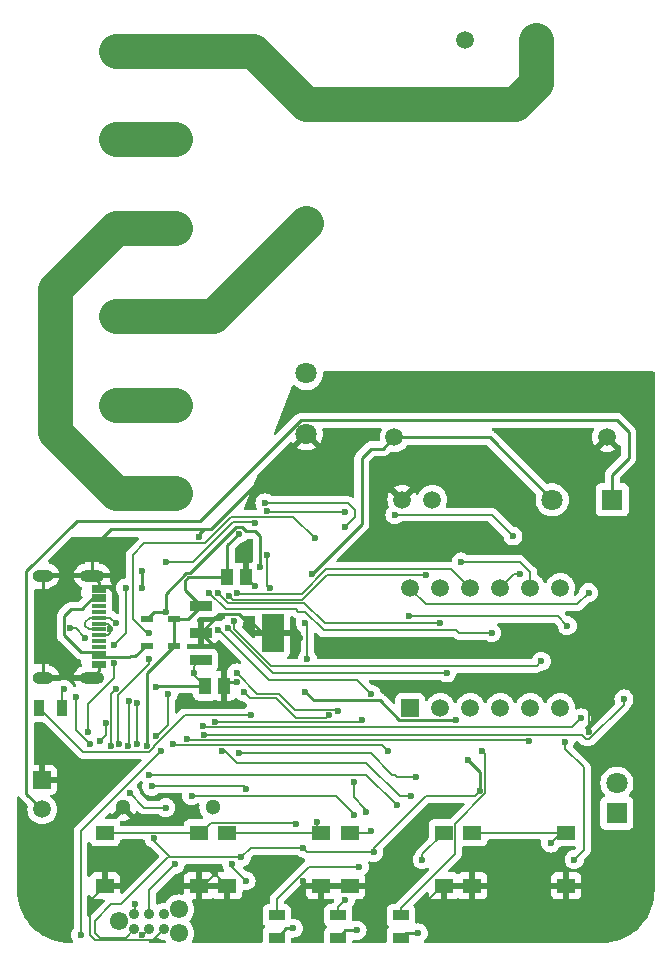
<source format=gbr>
%TF.GenerationSoftware,KiCad,Pcbnew,8.0.5*%
%TF.CreationDate,2024-12-10T19:27:58+01:00*%
%TF.ProjectId,OpenReflowPlate,4f70656e-5265-4666-9c6f-77506c617465,rev?*%
%TF.SameCoordinates,Original*%
%TF.FileFunction,Copper,L1,Top*%
%TF.FilePolarity,Positive*%
%FSLAX46Y46*%
G04 Gerber Fmt 4.6, Leading zero omitted, Abs format (unit mm)*
G04 Created by KiCad (PCBNEW 8.0.5) date 2024-12-10 19:27:58*
%MOMM*%
%LPD*%
G01*
G04 APERTURE LIST*
G04 Aperture macros list*
%AMFreePoly0*
4,1,13,0.453536,0.578536,0.455000,0.575000,0.455000,-0.575000,0.453536,-0.578536,0.450000,-0.580000,-0.150000,-0.580000,-0.153536,-0.578536,-0.155000,-0.575000,-0.155000,0.575000,-0.153536,0.578536,-0.150000,0.580000,0.450000,0.580000,0.453536,0.578536,0.453536,0.578536,$1*%
%AMFreePoly1*
4,1,13,0.153536,0.578536,0.155000,0.575000,0.155000,-0.575000,0.153536,-0.578536,0.150000,-0.580000,-0.450000,-0.580000,-0.453536,-0.578536,-0.455000,-0.575000,-0.455000,0.575000,-0.453536,0.578536,-0.450000,0.580000,0.150000,0.580000,0.153536,0.578536,0.153536,0.578536,$1*%
G04 Aperture macros list end*
%TA.AperFunction,ComponentPad*%
%ADD10R,1.800000X1.800000*%
%TD*%
%TA.AperFunction,ComponentPad*%
%ADD11C,1.800000*%
%TD*%
%TA.AperFunction,ComponentPad*%
%ADD12C,1.500000*%
%TD*%
%TA.AperFunction,ComponentPad*%
%ADD13R,1.500000X1.500000*%
%TD*%
%TA.AperFunction,SMDPad,CuDef*%
%ADD14R,1.020000X1.470000*%
%TD*%
%TA.AperFunction,SMDPad,CuDef*%
%ADD15R,1.075000X0.500000*%
%TD*%
%TA.AperFunction,SMDPad,CuDef*%
%ADD16R,1.550000X1.300000*%
%TD*%
%TA.AperFunction,ComponentPad*%
%ADD17C,1.950000*%
%TD*%
%TA.AperFunction,SMDPad,CuDef*%
%ADD18R,0.900000X1.400000*%
%TD*%
%TA.AperFunction,SMDPad,CuDef*%
%ADD19R,1.950000X0.900000*%
%TD*%
%TA.AperFunction,SMDPad,CuDef*%
%ADD20R,1.950000X3.200000*%
%TD*%
%TA.AperFunction,SMDPad,CuDef*%
%ADD21R,1.400000X0.900000*%
%TD*%
%TA.AperFunction,SMDPad,CuDef*%
%ADD22FreePoly0,270.000000*%
%TD*%
%TA.AperFunction,SMDPad,CuDef*%
%ADD23R,1.150000X0.300000*%
%TD*%
%TA.AperFunction,SMDPad,CuDef*%
%ADD24FreePoly1,270.000000*%
%TD*%
%TA.AperFunction,ComponentPad*%
%ADD25O,2.100000X1.000000*%
%TD*%
%TA.AperFunction,ComponentPad*%
%ADD26O,1.800000X1.000000*%
%TD*%
%TA.AperFunction,SMDPad,CuDef*%
%ADD27C,0.889000*%
%TD*%
%TA.AperFunction,ComponentPad*%
%ADD28C,1.550000*%
%TD*%
%TA.AperFunction,ComponentPad*%
%ADD29C,1.300000*%
%TD*%
%TA.AperFunction,ViaPad*%
%ADD30C,0.600000*%
%TD*%
%TA.AperFunction,Conductor*%
%ADD31C,0.150000*%
%TD*%
%TA.AperFunction,Conductor*%
%ADD32C,0.250000*%
%TD*%
%TA.AperFunction,Conductor*%
%ADD33C,3.000000*%
%TD*%
%TA.AperFunction,Conductor*%
%ADD34C,0.200000*%
%TD*%
G04 APERTURE END LIST*
D10*
%TO.P,K3,1,COM*%
%TO.N,DC_Out2*%
X140200000Y-90340000D03*
D11*
%TO.P,K3,2,NO*%
%TO.N,AC_Vdcin+*%
X135120000Y-90340000D03*
D12*
%TO.P,K3,3,COIL_1*%
%TO.N,Activation_out2*%
X124960000Y-90340000D03*
%TO.P,K3,4,COIL_2*%
%TO.N,GND*%
X122420000Y-90340000D03*
%TD*%
D13*
%TO.P,U1,1,e*%
%TO.N,D_e*%
X123100000Y-107960000D03*
D12*
%TO.P,U1,2,d*%
%TO.N,D_d*%
X125640000Y-107960000D03*
%TO.P,U1,3,DPX*%
%TO.N,D_dp*%
X128180000Y-107960000D03*
%TO.P,U1,4,c*%
%TO.N,D_c*%
X130720000Y-107960000D03*
%TO.P,U1,5,g*%
%TO.N,D_g*%
X133260000Y-107960000D03*
%TO.P,U1,6,CC4*%
%TO.N,CC_4*%
X135800000Y-107960000D03*
%TO.P,U1,7,b*%
%TO.N,D_b*%
X135800000Y-97800000D03*
%TO.P,U1,8,CC3*%
%TO.N,CC_3*%
X133260000Y-97800000D03*
%TO.P,U1,9,CC2*%
%TO.N,CC_2*%
X130720000Y-97800000D03*
%TO.P,U1,10,f*%
%TO.N,D_f*%
X128180000Y-97800000D03*
%TO.P,U1,11,a*%
%TO.N,D_a*%
X125640000Y-97800000D03*
%TO.P,U1,12,CC1*%
%TO.N,CC_1*%
X123100000Y-97800000D03*
%TD*%
%TO.P,PS2,1,AC_1*%
%TO.N,AC_L*%
X133770000Y-51450000D03*
%TO.P,PS2,2,AC_2*%
%TO.N,AC_N*%
X127770000Y-51450000D03*
%TO.P,PS2,3,-VO*%
%TO.N,GND*%
X139770000Y-85050000D03*
%TO.P,PS2,4,+VO*%
%TO.N,AC_Vdcin+*%
X121770000Y-85050000D03*
%TD*%
D14*
%TO.P,C2,1*%
%TO.N,+5V*%
X107600000Y-96900000D03*
%TO.P,C2,2*%
%TO.N,GND*%
X109200000Y-96900000D03*
%TD*%
D15*
%TO.P,D2,1*%
%TO.N,+5V*%
X103124000Y-100400000D03*
%TO.P,D2,2*%
%TO.N,AC_Vdcin+*%
X100800000Y-100400000D03*
%TD*%
D16*
%TO.P,S4,1,1*%
%TO.N,Net-(R22-Pad2)*%
X107625000Y-118520000D03*
%TO.P,S4,2,2*%
%TO.N,GND*%
X107625000Y-123020000D03*
%TO.P,S4,3,3*%
%TO.N,Net-(R22-Pad2)*%
X115575000Y-118520000D03*
%TO.P,S4,4,4*%
%TO.N,GND*%
X115575000Y-123020000D03*
%TD*%
D17*
%TO.P,J3,1*%
%TO.N,Net-(K1-AC_LOAD_2)*%
X103210000Y-74800000D03*
%TO.P,J3,2*%
%TO.N,AC_N*%
X103210000Y-82300000D03*
%TO.P,J3,3*%
%TO.N,AC_ground*%
X103210000Y-89800000D03*
%TO.P,J3,A1*%
%TO.N,Net-(K1-AC_LOAD_2)*%
X98210000Y-74800000D03*
%TO.P,J3,A2*%
%TO.N,AC_N*%
X98210000Y-82300000D03*
%TO.P,J3,A3*%
%TO.N,AC_ground*%
X98210000Y-89800000D03*
%TD*%
D11*
%TO.P,K1,1,AC_LOAD_1*%
%TO.N,AC_L*%
X114300000Y-56840000D03*
%TO.P,K1,2,AC_LOAD_2*%
%TO.N,Net-(K1-AC_LOAD_2)*%
X114300000Y-66940000D03*
%TO.P,K1,3,+DC_INPUT*%
%TO.N,Activation_out1*%
X114300000Y-79640000D03*
%TO.P,K1,4,_-DC_INPUT*%
%TO.N,GND*%
X114300000Y-84740000D03*
%TD*%
D18*
%TO.P,LED4,1*%
%TO.N,Net-(LED4-Pad1)*%
X93590000Y-107980000D03*
%TO.P,LED4,2*%
%TO.N,LED_LIFE*%
X91690000Y-107980000D03*
%TD*%
D19*
%TO.P,IC2,1,VIN*%
%TO.N,+5V*%
X105350000Y-99300000D03*
%TO.P,IC2,2,GND_1*%
%TO.N,GND*%
X105350000Y-101600000D03*
%TO.P,IC2,3,VOUT*%
%TO.N,+3V3*%
X105350000Y-103900000D03*
D20*
%TO.P,IC2,4,GND_2*%
%TO.N,GND*%
X111450000Y-101600000D03*
%TD*%
D15*
%TO.P,D1,1*%
%TO.N,+5V*%
X103124000Y-102700000D03*
%TO.P,D1,2*%
%TO.N,USB_Vin+*%
X100800000Y-102700000D03*
%TD*%
D16*
%TO.P,S1,1,1*%
%TO.N,Net-(R16-Pad1)*%
X97258334Y-118520000D03*
%TO.P,S1,2,2*%
%TO.N,GND*%
X97258334Y-123020000D03*
%TO.P,S1,3,3*%
%TO.N,Net-(R16-Pad1)*%
X105208334Y-118520000D03*
%TO.P,S1,4,4*%
%TO.N,GND*%
X105208334Y-123020000D03*
%TD*%
D13*
%TO.P,J2,1,1*%
%TO.N,GND*%
X91940000Y-114060000D03*
D12*
%TO.P,J2,2,2*%
%TO.N,DC_Out2*%
X91940000Y-116560000D03*
%TD*%
D10*
%TO.P,J1,1,1*%
%TO.N,Net-(J1-Pad1)*%
X140600000Y-116870000D03*
D11*
%TO.P,J1,2,2*%
%TO.N,Net-(J1-Pad2)*%
X140600000Y-114330000D03*
%TD*%
D16*
%TO.P,S2,1,1*%
%TO.N,Net-(R15-Pad2)*%
X128358334Y-118520000D03*
%TO.P,S2,2,2*%
%TO.N,GND*%
X128358334Y-123020000D03*
%TO.P,S2,3,3*%
%TO.N,Net-(R15-Pad2)*%
X136308334Y-118520000D03*
%TO.P,S2,4,4*%
%TO.N,GND*%
X136308334Y-123020000D03*
%TD*%
D21*
%TO.P,LED1,1*%
%TO.N,Net-(LED1-Pad1)*%
X122300000Y-127432500D03*
%TO.P,LED1,2*%
%TO.N,AC_Vdcin+*%
X122300000Y-125532500D03*
%TD*%
D17*
%TO.P,J4,1*%
%TO.N,AC_L*%
X103210000Y-52300000D03*
%TO.P,J4,2*%
%TO.N,AC_N*%
X103210000Y-59800000D03*
%TO.P,J4,3*%
%TO.N,AC_ground*%
X103210000Y-67300000D03*
%TO.P,J4,A1*%
%TO.N,AC_L*%
X98210000Y-52300000D03*
%TO.P,J4,A2*%
%TO.N,AC_N*%
X98210000Y-59800000D03*
%TO.P,J4,A3*%
%TO.N,AC_ground*%
X98210000Y-67300000D03*
%TD*%
D22*
%TO.P,J7,A1,GND*%
%TO.N,GND*%
X96745000Y-97720000D03*
%TO.P,J7,A4,VBUS*%
%TO.N,USB_Vin+*%
X96745000Y-98520000D03*
D23*
%TO.P,J7,A5,CC1*%
%TO.N,unconnected-(J7-CC1-PadA5)*%
X96745000Y-99820000D03*
%TO.P,J7,A6,D+1*%
%TO.N,USB_D+*%
X96745000Y-100820000D03*
%TO.P,J7,A7,D-1*%
%TO.N,USB_D-*%
X96745000Y-101320000D03*
%TO.P,J7,A8,SBU1*%
%TO.N,unconnected-(J7-SBU1-PadA8)*%
X96745000Y-102320000D03*
D24*
%TO.P,J7,A9,VBUS1*%
%TO.N,USB_Vin+*%
X96745000Y-103620000D03*
%TO.P,J7,A12,GND1*%
%TO.N,GND*%
X96745000Y-104420000D03*
D23*
%TO.P,J7,B1,GND3*%
X96745000Y-104120000D03*
%TO.P,J7,B4,VBUS3*%
%TO.N,USB_Vin+*%
X96745000Y-103320000D03*
%TO.P,J7,B5,CC2*%
%TO.N,unconnected-(J7-CC2-PadB5)*%
X96745000Y-102820000D03*
%TO.P,J7,B6,D+2*%
%TO.N,USB_D+*%
X96745000Y-101820000D03*
%TO.P,J7,B7,D-2*%
%TO.N,USB_D-*%
X96745000Y-100320000D03*
%TO.P,J7,B8,SBU2*%
%TO.N,unconnected-(J7-SBU2-PadB8)*%
X96745000Y-99320000D03*
%TO.P,J7,B9,VBUS2*%
%TO.N,USB_Vin+*%
X96745000Y-98820000D03*
%TO.P,J7,B12,GND2*%
%TO.N,GND*%
X96745000Y-98020000D03*
D25*
%TO.P,J7,S1*%
X96180000Y-96750000D03*
%TO.P,J7,S2*%
X96180000Y-105390000D03*
D26*
%TO.P,J7,S3*%
X92000000Y-96750000D03*
%TO.P,J7,S4*%
X92000000Y-105390000D03*
%TD*%
D21*
%TO.P,LED3,1*%
%TO.N,Net-(LED3-Pad1)*%
X117000000Y-127420000D03*
%TO.P,LED3,2*%
%TO.N,LED_OUT2*%
X117000000Y-125520000D03*
%TD*%
D16*
%TO.P,S3,1,1*%
%TO.N,Net-(R21-Pad2)*%
X117991666Y-118520000D03*
%TO.P,S3,2,2*%
%TO.N,GND*%
X117991666Y-123020000D03*
%TO.P,S3,3,3*%
%TO.N,Net-(R21-Pad2)*%
X125941666Y-118520000D03*
%TO.P,S3,4,4*%
%TO.N,GND*%
X125941666Y-123020000D03*
%TD*%
D27*
%TO.P,J6,1,-MCLR/VPP*%
%TO.N,+3V3*%
X99730000Y-126670000D03*
%TO.P,J6,2,VDD*%
%TO.N,SWDIO*%
X99730000Y-125400000D03*
%TO.P,J6,3,GND*%
%TO.N,reset*%
X101000000Y-126670000D03*
%TO.P,J6,4,PGD_(ICSPDAT)*%
%TO.N,SWCLK*%
X101000000Y-125400000D03*
%TO.P,J6,5,PGC_(ICSPCLK)*%
%TO.N,GND*%
X102270000Y-126670000D03*
%TO.P,J6,6,UNUSED/LVP*%
%TO.N,unconnected-(J6-UNUSED{slash}LVP-Pad6)*%
X102270000Y-125400000D03*
D28*
%TO.P,J6,7*%
%TO.N,N/C*%
X98460000Y-126035000D03*
%TO.P,J6,8*%
X103540000Y-125019000D03*
%TO.P,J6,9*%
X103540000Y-127051000D03*
%TD*%
D21*
%TO.P,LED2,1*%
%TO.N,Net-(LED2-Pad1)*%
X111800000Y-127420000D03*
%TO.P,LED2,2*%
%TO.N,LED_OUT1*%
X111800000Y-125520000D03*
%TD*%
D14*
%TO.P,C3,1*%
%TO.N,+3V3*%
X105750000Y-106100000D03*
%TO.P,C3,2*%
%TO.N,GND*%
X107350000Y-106100000D03*
%TD*%
D29*
%TO.P,LS1,1,+*%
%TO.N,Net-(LS1-+)*%
X106400000Y-116370000D03*
%TO.P,LS1,2,-*%
%TO.N,GND*%
X98800000Y-116370000D03*
%TD*%
D30*
%TO.N,GND*%
X110000000Y-97600000D03*
X106600000Y-122000000D03*
X109400000Y-100400000D03*
X113800000Y-102000000D03*
X99200000Y-119400000D03*
X116400000Y-103400000D03*
X124400000Y-124400000D03*
X130400000Y-123000000D03*
X138200000Y-104000000D03*
X108400000Y-105800000D03*
X120000000Y-103400000D03*
X99400000Y-122200000D03*
X142000000Y-104000000D03*
X105200000Y-93525000D03*
X138200000Y-110000000D03*
X114000000Y-122600000D03*
%TO.N,LED_LIFE*%
X109600000Y-108600000D03*
%TO.N,+5V*%
X108600000Y-93200000D03*
X100800000Y-111200000D03*
%TO.N,AC_Vdcin+*%
X129200000Y-111600000D03*
X114800000Y-96600000D03*
X102398395Y-99796988D03*
X110400000Y-96000000D03*
%TO.N,+3V3*%
X96800000Y-110800000D03*
X128000000Y-112400000D03*
X100400000Y-97775000D03*
X114200000Y-106600000D03*
X101600000Y-106200000D03*
X114400000Y-103800000D03*
X114000000Y-119800000D03*
X101400000Y-119000000D03*
X111200000Y-97800000D03*
X104800000Y-105000000D03*
X97325000Y-109200000D03*
X129000000Y-115000000D03*
X108800000Y-120600000D03*
X127000000Y-109000000D03*
X120000000Y-120200000D03*
X100400000Y-96400000D03*
X114200000Y-100800000D03*
X111000000Y-95000000D03*
%TO.N,SPI_CLK*%
X123200000Y-115400000D03*
X107200000Y-111600000D03*
%TO.N,SPI1_NSS*%
X108600000Y-111800000D03*
X123600000Y-113800000D03*
%TO.N,SPI_MISO*%
X119000000Y-109000000D03*
X106551807Y-109125000D03*
%TO.N,BUT_RIGHT*%
X136200000Y-110820000D03*
X102400000Y-95600000D03*
X137000000Y-120800000D03*
X117600000Y-91400000D03*
X121800000Y-91600000D03*
X110000000Y-92275000D03*
X111000000Y-91325000D03*
X131800000Y-93400000D03*
%TO.N,BUT_LEFT*%
X109200000Y-122600000D03*
X108000000Y-121200000D03*
X101000000Y-103800000D03*
X98464081Y-110978640D03*
%TO.N,BUT_BACK*%
X118325000Y-117000000D03*
X100000000Y-111000000D03*
X100000000Y-107550000D03*
X104600000Y-115400000D03*
%TO.N,BUT_ENTER*%
X101000000Y-113600000D03*
X99200000Y-111200000D03*
X122000000Y-116200000D03*
X99320897Y-107380224D03*
%TO.N,Net-(R21-Pad2)*%
X119800000Y-118400000D03*
X124125000Y-120800000D03*
%TO.N,Net-(LED1-Pad1)*%
X123800000Y-127000000D03*
%TO.N,LED_OUT1*%
X118800000Y-121400000D03*
X117000000Y-108200000D03*
X108400000Y-105000000D03*
%TO.N,Net-(LED2-Pad1)*%
X113200000Y-126600000D03*
%TO.N,Net-(LED3-Pad1)*%
X118600000Y-126800000D03*
%TO.N,LED_OUT2*%
X118325000Y-114200000D03*
X116200000Y-108600000D03*
X109000000Y-106600000D03*
X119400000Y-116800000D03*
X117600000Y-124200000D03*
%TO.N,Net-(LED4-Pad1)*%
X93800000Y-106400000D03*
%TO.N,USB_D-*%
X98200000Y-100800000D03*
%TO.N,USB_D+*%
X97720002Y-101309511D03*
%TO.N,SWDIO*%
X94800000Y-107000000D03*
X99800000Y-124600000D03*
X96000000Y-111000000D03*
%TO.N,SWCLK*%
X99000000Y-97800000D03*
X102400000Y-116400000D03*
X98000000Y-104175000D03*
X95800000Y-110000000D03*
X103200000Y-121200000D03*
X99400000Y-115200000D03*
X98000000Y-102600000D03*
%TO.N,reset*%
X100406873Y-127175000D03*
X101564124Y-110364124D03*
X102600000Y-106800000D03*
X102000000Y-111600000D03*
X95200000Y-127200000D03*
%TO.N,C_1*%
X105595761Y-109526148D03*
X137600000Y-108800000D03*
%TO.N,CC_1*%
X138200000Y-98200000D03*
%TO.N,C_2*%
X105635877Y-110225000D03*
X141200000Y-107200000D03*
%TO.N,CC_2*%
X132400000Y-96600000D03*
%TO.N,CC_3*%
X127400000Y-95600000D03*
%TO.N,C_4*%
X119800000Y-106800000D03*
X106800000Y-101400000D03*
%TO.N,CC_4*%
X136400000Y-101000000D03*
X123000000Y-100200000D03*
%TO.N,C_buzzer*%
X109200000Y-114800000D03*
X101200000Y-114600000D03*
X97800000Y-111200000D03*
X98200000Y-106400000D03*
%TO.N,C_out1*%
X101000000Y-101600000D03*
X115000000Y-93600000D03*
%TO.N,C_out2*%
X94325000Y-101200000D03*
X117600000Y-92600000D03*
X110800000Y-90600000D03*
X95600000Y-102000000D03*
%TO.N,Net-(R15-Pad2)*%
X135000000Y-119400000D03*
%TO.N,Net-(R16-Pad1)*%
X113400000Y-117800000D03*
%TO.N,Net-(R22-Pad2)*%
X115200000Y-117600000D03*
%TO.N,D_e*%
X107756278Y-98475001D03*
X124400000Y-96675000D03*
%TO.N,D_d*%
X125600000Y-100800000D03*
X106800000Y-98200000D03*
%TO.N,D_dp*%
X121200000Y-111600000D03*
X103000000Y-111000000D03*
%TO.N,D_c*%
X130000000Y-101600000D03*
X106099997Y-98200000D03*
%TO.N,D_g*%
X104200000Y-110600000D03*
X133200000Y-110800000D03*
%TO.N,D_b*%
X134200000Y-104000000D03*
X108200000Y-100600000D03*
%TO.N,D_f*%
X108400000Y-98200000D03*
%TO.N,D_a*%
X126200000Y-105000000D03*
X107686225Y-101175000D03*
%TD*%
D31*
%TO.N,LED_OUT1*%
X113325000Y-108125000D02*
X116925000Y-108125000D01*
X110150000Y-106750000D02*
X111950000Y-106750000D01*
X108400000Y-105000000D02*
X110150000Y-106750000D01*
X111950000Y-106750000D02*
X113325000Y-108125000D01*
X116925000Y-108125000D02*
X117000000Y-108200000D01*
%TO.N,LED_OUT2*%
X113400000Y-108800000D02*
X116000000Y-108800000D01*
X109540000Y-107140000D02*
X111740000Y-107140000D01*
X116000000Y-108800000D02*
X116200000Y-108600000D01*
X109000000Y-106600000D02*
X109540000Y-107140000D01*
X111740000Y-107140000D02*
X113400000Y-108800000D01*
%TO.N,D_e*%
X113900000Y-98800000D02*
X116025000Y-96675000D01*
X108081277Y-98800000D02*
X113900000Y-98800000D01*
X107756278Y-98475001D02*
X108081277Y-98800000D01*
X116025000Y-96675000D02*
X124400000Y-96675000D01*
D32*
%TO.N,DC_Out2*%
X140200000Y-88200000D02*
X140200000Y-90340000D01*
X141600000Y-86800000D02*
X140200000Y-88200000D01*
X141600000Y-84600000D02*
X141600000Y-86800000D01*
X113834009Y-83615000D02*
X140615000Y-83615000D01*
X140615000Y-83615000D02*
X141600000Y-84600000D01*
X105329009Y-92120000D02*
X113834009Y-83615000D01*
X90600000Y-96400000D02*
X94880000Y-92120000D01*
X90600000Y-115220000D02*
X90600000Y-96400000D01*
X94880000Y-92120000D02*
X105329009Y-92120000D01*
X91940000Y-116560000D02*
X90600000Y-115220000D01*
D31*
%TO.N,BUT_RIGHT*%
X104710000Y-95600000D02*
X102400000Y-95600000D01*
X108110000Y-92200000D02*
X104710000Y-95600000D01*
X110000000Y-92275000D02*
X109925000Y-92200000D01*
X109925000Y-92200000D02*
X108110000Y-92200000D01*
%TO.N,C_out1*%
X100800000Y-101600000D02*
X101000000Y-101600000D01*
X99600000Y-95000000D02*
X99600000Y-100400000D01*
X100600000Y-94000000D02*
X99600000Y-95000000D01*
X107920000Y-91800000D02*
X105720000Y-94000000D01*
X99600000Y-100400000D02*
X100800000Y-101600000D01*
X113200000Y-91800000D02*
X107920000Y-91800000D01*
X105720000Y-94000000D02*
X100600000Y-94000000D01*
X115000000Y-93600000D02*
X113200000Y-91800000D01*
D32*
%TO.N,GND*%
X114300000Y-84740000D02*
X106240000Y-92800000D01*
X106240000Y-92800000D02*
X105600000Y-92800000D01*
D31*
X125941666Y-123020000D02*
X125780000Y-123020000D01*
D32*
X96600000Y-94400000D02*
X96180000Y-94820000D01*
X96745000Y-104825000D02*
X96180000Y-105390000D01*
X109900000Y-97600000D02*
X109200000Y-96900000D01*
D31*
X114420000Y-123020000D02*
X115575000Y-123020000D01*
X98580000Y-123020000D02*
X99400000Y-122200000D01*
D32*
X113800000Y-102000000D02*
X113200000Y-102000000D01*
D31*
X96000000Y-124278334D02*
X97258334Y-123020000D01*
D32*
X109000000Y-100400000D02*
X108600000Y-100000000D01*
X109400000Y-100400000D02*
X109000000Y-100400000D01*
D31*
X130420000Y-123020000D02*
X130400000Y-123000000D01*
D32*
X113200000Y-102000000D02*
X112800000Y-101600000D01*
D31*
X102270000Y-126670000D02*
X101290000Y-127650000D01*
X125941666Y-123020000D02*
X128358334Y-123020000D01*
X107620000Y-123020000D02*
X106600000Y-122000000D01*
D32*
X99400000Y-122200000D02*
X99200000Y-122000000D01*
D31*
X96000000Y-127200000D02*
X96000000Y-124278334D01*
D32*
X105200000Y-93200000D02*
X105600000Y-92800000D01*
D31*
X101290000Y-127650000D02*
X96450000Y-127650000D01*
X114000000Y-122600000D02*
X114420000Y-123020000D01*
D32*
X105200000Y-93525000D02*
X105200000Y-93200000D01*
X107350000Y-103600000D02*
X105350000Y-101600000D01*
X97800000Y-92800000D02*
X96600000Y-94000000D01*
D31*
X130400000Y-123000000D02*
X130380000Y-123020000D01*
D32*
X108600000Y-100000000D02*
X106950000Y-100000000D01*
X108400000Y-105800000D02*
X107650000Y-105800000D01*
X111450000Y-101600000D02*
X110600000Y-101600000D01*
D31*
X125780000Y-123020000D02*
X124400000Y-124400000D01*
D32*
X110000000Y-97600000D02*
X109900000Y-97600000D01*
X107650000Y-105800000D02*
X107350000Y-106100000D01*
D31*
X105580000Y-123020000D02*
X106600000Y-122000000D01*
X138200000Y-110000000D02*
X138200000Y-104000000D01*
D32*
X106950000Y-100000000D02*
X105350000Y-101600000D01*
D31*
X130380000Y-123020000D02*
X128358334Y-123020000D01*
X116400000Y-103400000D02*
X120000000Y-103400000D01*
X105208334Y-123020000D02*
X105580000Y-123020000D01*
X142000000Y-104000000D02*
X138200000Y-104000000D01*
X96450000Y-127650000D02*
X96000000Y-127200000D01*
D32*
X96180000Y-94820000D02*
X96180000Y-96750000D01*
X92000000Y-105390000D02*
X96180000Y-105390000D01*
X92000000Y-96750000D02*
X96180000Y-96750000D01*
X110600000Y-101600000D02*
X109400000Y-100400000D01*
D31*
X136308334Y-123020000D02*
X130420000Y-123020000D01*
X97258334Y-123020000D02*
X98580000Y-123020000D01*
D32*
X96745000Y-104420000D02*
X96745000Y-104825000D01*
X96745000Y-97720000D02*
X96745000Y-97315000D01*
X96745000Y-97315000D02*
X96180000Y-96750000D01*
X96600000Y-94000000D02*
X96600000Y-94400000D01*
X107350000Y-106100000D02*
X107350000Y-103600000D01*
X112800000Y-101600000D02*
X111450000Y-101600000D01*
X105600000Y-92800000D02*
X97800000Y-92800000D01*
X99200000Y-122000000D02*
X99200000Y-119400000D01*
X92000000Y-96750000D02*
X92000000Y-105390000D01*
D31*
X107625000Y-123020000D02*
X107620000Y-123020000D01*
X117991666Y-123020000D02*
X115575000Y-123020000D01*
%TO.N,LED_LIFE*%
X101400000Y-111271752D02*
X100996752Y-111675000D01*
X101400000Y-111200000D02*
X101400000Y-111271752D01*
X109600000Y-108600000D02*
X104000000Y-108600000D01*
X95385000Y-111675000D02*
X91690000Y-107980000D01*
X104000000Y-108600000D02*
X101400000Y-111200000D01*
X100996752Y-111675000D02*
X95385000Y-111675000D01*
D32*
%TO.N,+5V*%
X104000000Y-98000000D02*
X104000000Y-97200000D01*
X107600000Y-94200000D02*
X107600000Y-96900000D01*
X108600000Y-93200000D02*
X107600000Y-94200000D01*
X104300000Y-96900000D02*
X107600000Y-96900000D01*
X105350000Y-99300000D02*
X104250000Y-100400000D01*
D31*
X107600000Y-96900000D02*
X107600000Y-97050000D01*
D32*
X105350000Y-99300000D02*
X104050000Y-98000000D01*
X100800000Y-105024000D02*
X103124000Y-102700000D01*
X104000000Y-97200000D02*
X104300000Y-96900000D01*
X104050000Y-98000000D02*
X104000000Y-98000000D01*
X104250000Y-100400000D02*
X103124000Y-100400000D01*
X103124000Y-100400000D02*
X103124000Y-102700000D01*
X100800000Y-111200000D02*
X100800000Y-105024000D01*
%TO.N,USB_Vin+*%
X95200000Y-103200000D02*
X96325000Y-103200000D01*
X93800000Y-100200000D02*
X93800000Y-101800000D01*
X93800000Y-101800000D02*
X95200000Y-103200000D01*
X100800000Y-102700000D02*
X100700000Y-102700000D01*
X99400000Y-103600000D02*
X99380000Y-103620000D01*
X95290000Y-99600000D02*
X94400000Y-99600000D01*
X99800000Y-103600000D02*
X99400000Y-103600000D01*
X94400000Y-99600000D02*
X93800000Y-100200000D01*
X96370000Y-98520000D02*
X95290000Y-99600000D01*
X100700000Y-102700000D02*
X99800000Y-103600000D01*
X99380000Y-103620000D02*
X96745000Y-103620000D01*
X96745000Y-98520000D02*
X96370000Y-98520000D01*
X96325000Y-103200000D02*
X96745000Y-103620000D01*
%TO.N,AC_Vdcin+*%
X121770000Y-85050000D02*
X129830000Y-85050000D01*
X108325000Y-92675000D02*
X108875000Y-92675000D01*
X109200000Y-93000000D02*
X110000000Y-93000000D01*
D31*
X122300000Y-124886666D02*
X126891666Y-120295000D01*
D32*
X110400000Y-93400000D02*
X110400000Y-96000000D01*
D31*
X129475000Y-111875000D02*
X129200000Y-111600000D01*
D32*
X104155025Y-96550000D02*
X104450000Y-96550000D01*
D31*
X122300000Y-125532500D02*
X122300000Y-124886666D01*
D32*
X129830000Y-85050000D02*
X135120000Y-90340000D01*
X119000000Y-86800000D02*
X119800000Y-86000000D01*
X108875000Y-92675000D02*
X109200000Y-93000000D01*
X110000000Y-93000000D02*
X110400000Y-93400000D01*
X119000000Y-92400000D02*
X119000000Y-86800000D01*
X102398395Y-99796988D02*
X101403012Y-99796988D01*
X119800000Y-86000000D02*
X120820000Y-86000000D01*
D31*
X126891666Y-120295000D02*
X126891666Y-117780086D01*
D32*
X104450000Y-96550000D02*
X108325000Y-92675000D01*
X101403012Y-99796988D02*
X100800000Y-100400000D01*
X120820000Y-86000000D02*
X121770000Y-85050000D01*
X102398395Y-99796988D02*
X102398395Y-98306630D01*
X102398395Y-98306630D02*
X104155025Y-96550000D01*
X114800000Y-96600000D02*
X119000000Y-92400000D01*
D31*
X129475000Y-115196752D02*
X129475000Y-111875000D01*
X126891666Y-117780086D02*
X129475000Y-115196752D01*
%TO.N,+3V3*%
X104800000Y-104450000D02*
X105350000Y-103900000D01*
X104800000Y-105000000D02*
X104800000Y-105150000D01*
D32*
X129000000Y-113400000D02*
X128000000Y-112400000D01*
D31*
X97325000Y-110275000D02*
X97325000Y-109200000D01*
D32*
X129000000Y-115000000D02*
X129000000Y-113400000D01*
D31*
X120000000Y-120200000D02*
X114400000Y-120200000D01*
X114000000Y-119800000D02*
X109600000Y-119800000D01*
D32*
X114200000Y-106600000D02*
X114925000Y-107325000D01*
D31*
X96800000Y-110800000D02*
X97325000Y-110275000D01*
X97800000Y-124600000D02*
X96400000Y-126000000D01*
X96400000Y-127000000D02*
X96800000Y-127400000D01*
X102800000Y-120600000D02*
X102600000Y-120600000D01*
D32*
X101700000Y-106100000D02*
X101600000Y-106200000D01*
X114925000Y-107325000D02*
X120515000Y-107325000D01*
X120515000Y-107325000D02*
X122190000Y-109000000D01*
D31*
X120600000Y-119200000D02*
X120000000Y-119800000D01*
X104800000Y-105000000D02*
X104800000Y-104450000D01*
D32*
X100400000Y-96400000D02*
X100400000Y-97775000D01*
D31*
X109600000Y-119800000D02*
X108800000Y-120600000D01*
X102800000Y-120600000D02*
X101400000Y-119200000D01*
X124400000Y-115400000D02*
X120600000Y-119200000D01*
X111200000Y-97800000D02*
X111000000Y-97600000D01*
X111000000Y-97600000D02*
X111000000Y-95000000D01*
X108800000Y-120600000D02*
X102800000Y-120600000D01*
X120000000Y-119800000D02*
X120000000Y-120200000D01*
X114400000Y-120200000D02*
X114000000Y-119800000D01*
X99000000Y-127400000D02*
X99730000Y-126670000D01*
D32*
X122190000Y-109000000D02*
X127000000Y-109000000D01*
D31*
X98600000Y-124600000D02*
X97800000Y-124600000D01*
D32*
X105750000Y-106100000D02*
X101700000Y-106100000D01*
D31*
X114400000Y-103800000D02*
X114400000Y-101000000D01*
X96400000Y-126000000D02*
X96400000Y-127000000D01*
X129000000Y-115000000D02*
X128600000Y-115400000D01*
X128600000Y-115400000D02*
X124400000Y-115400000D01*
X104800000Y-105150000D02*
X105750000Y-106100000D01*
X101400000Y-119200000D02*
X101400000Y-119000000D01*
X102600000Y-120600000D02*
X98600000Y-124600000D01*
X96800000Y-127400000D02*
X99000000Y-127400000D01*
X114400000Y-101000000D02*
X114200000Y-100800000D01*
%TO.N,SPI_CLK*%
X108400000Y-112600000D02*
X119400000Y-112600000D01*
X107400000Y-111600000D02*
X108400000Y-112600000D01*
X122200000Y-115400000D02*
X123200000Y-115400000D01*
X107200000Y-111600000D02*
X107400000Y-111600000D01*
X119400000Y-112600000D02*
X122200000Y-115400000D01*
%TO.N,SPI1_NSS*%
X122000000Y-113800000D02*
X123600000Y-113800000D01*
X119800000Y-111800000D02*
X121600000Y-113600000D01*
X108600000Y-111800000D02*
X119800000Y-111800000D01*
X121800000Y-113600000D02*
X122000000Y-113800000D01*
X121600000Y-113600000D02*
X121800000Y-113600000D01*
%TO.N,SPI_MISO*%
X118875000Y-109125000D02*
X119000000Y-109000000D01*
X106551807Y-109125000D02*
X118875000Y-109125000D01*
%TO.N,BUT_RIGHT*%
X136200000Y-111400000D02*
X137800000Y-113000000D01*
X137800000Y-120000000D02*
X137000000Y-120800000D01*
X111075000Y-91400000D02*
X111000000Y-91325000D01*
X117600000Y-91400000D02*
X111075000Y-91400000D01*
X136200000Y-110820000D02*
X136200000Y-111400000D01*
X137800000Y-113000000D02*
X137800000Y-120000000D01*
X130000000Y-91600000D02*
X131800000Y-93400000D01*
X121800000Y-91600000D02*
X130000000Y-91600000D01*
%TO.N,BUT_LEFT*%
X98400000Y-106871752D02*
X98400000Y-111000000D01*
X109200000Y-122600000D02*
X108000000Y-121400000D01*
X101000000Y-103800000D02*
X101000000Y-104271752D01*
X108000000Y-121400000D02*
X108000000Y-121200000D01*
X101000000Y-104271752D02*
X98400000Y-106871752D01*
X98442721Y-111000000D02*
X98464081Y-110978640D01*
X98400000Y-111000000D02*
X98442721Y-111000000D01*
%TO.N,BUT_BACK*%
X100000000Y-107550000D02*
X100000000Y-111000000D01*
X118400000Y-117000000D02*
X118325000Y-117000000D01*
X104600000Y-115400000D02*
X116800000Y-115400000D01*
X116800000Y-115400000D02*
X118400000Y-117000000D01*
%TO.N,BUT_ENTER*%
X119400000Y-113600000D02*
X122000000Y-116200000D01*
X99320897Y-107380224D02*
X99320897Y-111079103D01*
X101000000Y-113600000D02*
X119400000Y-113600000D01*
X99320897Y-111079103D02*
X99200000Y-111200000D01*
%TO.N,Net-(R21-Pad2)*%
X119680000Y-118520000D02*
X119800000Y-118400000D01*
X124125000Y-120800000D02*
X124125000Y-120336666D01*
X117991666Y-118520000D02*
X119680000Y-118520000D01*
X124125000Y-120336666D02*
X125941666Y-118520000D01*
D33*
%TO.N,AC_ground*%
X98210000Y-67300000D02*
X93000000Y-72510000D01*
X93000000Y-72510000D02*
X93000000Y-84590000D01*
X103210000Y-89800000D02*
X98210000Y-89800000D01*
X93000000Y-84590000D02*
X98210000Y-89800000D01*
X103210000Y-67300000D02*
X98210000Y-67300000D01*
%TO.N,Net-(K1-AC_LOAD_2)*%
X106440000Y-74800000D02*
X114300000Y-66940000D01*
X103210000Y-74800000D02*
X98210000Y-74800000D01*
X103210000Y-74800000D02*
X106440000Y-74800000D01*
D32*
%TO.N,Net-(LED1-Pad1)*%
X122732500Y-127000000D02*
X122300000Y-127432500D01*
X123800000Y-127000000D02*
X122732500Y-127000000D01*
D31*
%TO.N,LED_OUT1*%
X111800000Y-124128248D02*
X111800000Y-125520000D01*
X114528248Y-121400000D02*
X111800000Y-124128248D01*
X118800000Y-121400000D02*
X114528248Y-121400000D01*
D32*
%TO.N,Net-(LED2-Pad1)*%
X112620000Y-126600000D02*
X111800000Y-127420000D01*
X113200000Y-126600000D02*
X112620000Y-126600000D01*
%TO.N,Net-(LED3-Pad1)*%
X118600000Y-126800000D02*
X117620000Y-126800000D01*
X117620000Y-126800000D02*
X117000000Y-127420000D01*
D31*
%TO.N,LED_OUT2*%
X117600000Y-124200000D02*
X117000000Y-124800000D01*
X119400000Y-116600000D02*
X119400000Y-116800000D01*
X118325000Y-114200000D02*
X118325000Y-115525000D01*
X118325000Y-115525000D02*
X119200000Y-116400000D01*
X119200000Y-116400000D02*
X119400000Y-116600000D01*
X117000000Y-124800000D02*
X117000000Y-125520000D01*
%TO.N,Net-(LED4-Pad1)*%
X93800000Y-106400000D02*
X93590000Y-106610000D01*
X93590000Y-106610000D02*
X93590000Y-107980000D01*
D33*
%TO.N,AC_N*%
X103210000Y-82300000D02*
X98210000Y-82300000D01*
X103210000Y-59800000D02*
X98210000Y-59800000D01*
%TO.N,AC_L*%
X109760000Y-52300000D02*
X114300000Y-56840000D01*
X103210000Y-52300000D02*
X109760000Y-52300000D01*
X131960000Y-56840000D02*
X133770000Y-55030000D01*
X114300000Y-56840000D02*
X131960000Y-56840000D01*
X103210000Y-52300000D02*
X98210000Y-52300000D01*
X133770000Y-55030000D02*
X133770000Y-51450000D01*
D34*
%TO.N,USB_D-*%
X96745000Y-100320000D02*
X97720000Y-100320000D01*
X95600000Y-100690000D02*
X95970000Y-100320000D01*
X95970000Y-100320000D02*
X96745000Y-100320000D01*
X96745000Y-101320000D02*
X95920000Y-101320000D01*
X95600000Y-101000000D02*
X95600000Y-100690000D01*
X95920000Y-101320000D02*
X95600000Y-101000000D01*
X97720000Y-100320000D02*
X98200000Y-100800000D01*
%TO.N,USB_D+*%
X97720002Y-101309511D02*
X97720002Y-101020002D01*
X97520000Y-101820000D02*
X96745000Y-101820000D01*
X97520000Y-100820000D02*
X96745000Y-100820000D01*
X97720002Y-101020002D02*
X97520000Y-100820000D01*
X97720002Y-101619998D02*
X97520000Y-101820000D01*
X97720002Y-101309511D02*
X97720002Y-101619998D01*
D31*
%TO.N,SWDIO*%
X99800000Y-124600000D02*
X99800000Y-125330000D01*
X94800000Y-109800000D02*
X96000000Y-111000000D01*
X94800000Y-107000000D02*
X94800000Y-109800000D01*
X99800000Y-125330000D02*
X99730000Y-125400000D01*
%TO.N,SWCLK*%
X100600000Y-116400000D02*
X99400000Y-115200000D01*
X95800000Y-110000000D02*
X95800000Y-107600000D01*
X98000000Y-105400000D02*
X98000000Y-104175000D01*
X101000000Y-123400000D02*
X103200000Y-121200000D01*
X95800000Y-107600000D02*
X98000000Y-105400000D01*
X102400000Y-116400000D02*
X100600000Y-116400000D01*
X99000000Y-101600000D02*
X99000000Y-97800000D01*
X101000000Y-125400000D02*
X101000000Y-123400000D01*
X98000000Y-102600000D02*
X99000000Y-101600000D01*
%TO.N,reset*%
X95200000Y-118400000D02*
X95200000Y-127200000D01*
X101600000Y-110400000D02*
X101564124Y-110364124D01*
X100406873Y-127175000D02*
X100495000Y-127175000D01*
X102600000Y-106800000D02*
X102600000Y-109400000D01*
X100495000Y-127175000D02*
X101000000Y-126670000D01*
X102000000Y-111600000D02*
X95200000Y-118400000D01*
X102600000Y-109400000D02*
X101600000Y-110400000D01*
%TO.N,C_1*%
X136800000Y-109600000D02*
X137400000Y-109000000D01*
X134600000Y-109600000D02*
X136800000Y-109600000D01*
X105521909Y-109600000D02*
X134600000Y-109600000D01*
X137400000Y-109000000D02*
X137600000Y-108800000D01*
%TO.N,CC_1*%
X138200000Y-98200000D02*
X137200000Y-99200000D01*
X137200000Y-99200000D02*
X124400000Y-99200000D01*
X123100000Y-97900000D02*
X123100000Y-97800000D01*
X124400000Y-99200000D02*
X123100000Y-97900000D01*
%TO.N,C_2*%
X138000000Y-110600000D02*
X138271752Y-110600000D01*
X141200000Y-107671752D02*
X141200000Y-107200000D01*
X138271752Y-110600000D02*
X141200000Y-107671752D01*
X105635877Y-110225000D02*
X137625000Y-110225000D01*
X137625000Y-110225000D02*
X138000000Y-110600000D01*
%TO.N,CC_2*%
X132400000Y-96600000D02*
X131920000Y-96600000D01*
X131920000Y-96600000D02*
X130720000Y-97800000D01*
%TO.N,CC_3*%
X132400000Y-95600000D02*
X127400000Y-95600000D01*
X133260000Y-97800000D02*
X133260000Y-96460000D01*
X133260000Y-96460000D02*
X132400000Y-95600000D01*
%TO.N,C_4*%
X111153553Y-105600000D02*
X116800000Y-105600000D01*
X116800000Y-105600000D02*
X118600000Y-105600000D01*
X106953553Y-101400000D02*
X111153553Y-105600000D01*
X106800000Y-101400000D02*
X106953553Y-101400000D01*
X118600000Y-105600000D02*
X119800000Y-106800000D01*
%TO.N,CC_4*%
X123000000Y-100200000D02*
X135600000Y-100200000D01*
X135600000Y-100200000D02*
X136400000Y-101000000D01*
%TO.N,C_buzzer*%
X101200000Y-114600000D02*
X109000000Y-114600000D01*
X97800000Y-106800000D02*
X97800000Y-111200000D01*
X98200000Y-106400000D02*
X97800000Y-106800000D01*
X109000000Y-114600000D02*
X109200000Y-114800000D01*
%TO.N,C_out2*%
X117800000Y-90600000D02*
X118400000Y-91200000D01*
X95600000Y-102000000D02*
X94800000Y-101200000D01*
X118400000Y-91400000D02*
X118400000Y-91800000D01*
X110800000Y-90600000D02*
X117800000Y-90600000D01*
X118400000Y-91800000D02*
X117600000Y-92600000D01*
X94800000Y-101200000D02*
X94325000Y-101200000D01*
X118400000Y-91200000D02*
X118400000Y-91400000D01*
%TO.N,Net-(R15-Pad2)*%
X135880000Y-118520000D02*
X136308334Y-118520000D01*
X135000000Y-119400000D02*
X135880000Y-118520000D01*
X136308334Y-118520000D02*
X128358334Y-118520000D01*
%TO.N,Net-(R16-Pad1)*%
X97258334Y-118520000D02*
X105208334Y-118520000D01*
X105416727Y-118520000D02*
X106241727Y-117695000D01*
X113295000Y-117695000D02*
X113400000Y-117800000D01*
X106241727Y-117695000D02*
X113295000Y-117695000D01*
X105208334Y-118520000D02*
X105416727Y-118520000D01*
%TO.N,Net-(R22-Pad2)*%
X115200000Y-118145000D02*
X115575000Y-118520000D01*
X115575000Y-118520000D02*
X107625000Y-118520000D01*
X115200000Y-117600000D02*
X115200000Y-118145000D01*
%TO.N,D_d*%
X115900000Y-100800000D02*
X125600000Y-100800000D01*
X107650000Y-99050000D02*
X114150000Y-99050000D01*
X106800000Y-98200000D02*
X107650000Y-99050000D01*
X114150000Y-99050000D02*
X115900000Y-100800000D01*
%TO.N,D_dp*%
X103000000Y-111000000D02*
X103075000Y-111075000D01*
X103075000Y-111075000D02*
X120675000Y-111075000D01*
X120675000Y-111075000D02*
X121200000Y-111600000D01*
%TO.N,D_c*%
X127200000Y-101600000D02*
X130000000Y-101600000D01*
X114200000Y-99800000D02*
X115800000Y-101400000D01*
X106099997Y-98200000D02*
X107499997Y-99600000D01*
X115800000Y-101400000D02*
X127000000Y-101400000D01*
X107499997Y-99600000D02*
X113400000Y-99600000D01*
X113600000Y-99800000D02*
X114200000Y-99800000D01*
X113400000Y-99600000D02*
X113600000Y-99800000D01*
X127000000Y-101400000D02*
X127200000Y-101600000D01*
%TO.N,D_g*%
X104200000Y-110600000D02*
X104300000Y-110700000D01*
X133100000Y-110700000D02*
X133200000Y-110800000D01*
X104300000Y-110700000D02*
X133100000Y-110700000D01*
%TO.N,D_b*%
X133800000Y-104400000D02*
X134200000Y-104000000D01*
X132200000Y-104400000D02*
X133800000Y-104400000D01*
X111325000Y-104400000D02*
X132200000Y-104400000D01*
X108200000Y-101275000D02*
X111325000Y-104400000D01*
X108200000Y-100600000D02*
X108200000Y-101275000D01*
%TO.N,D_f*%
X113925000Y-98275000D02*
X116000000Y-96200000D01*
X116000000Y-96200000D02*
X126580000Y-96200000D01*
X108475000Y-98275000D02*
X113925000Y-98275000D01*
X108400000Y-98200000D02*
X108475000Y-98275000D01*
X126580000Y-96200000D02*
X128180000Y-97800000D01*
%TO.N,D_a*%
X107686225Y-101175000D02*
X111511225Y-105000000D01*
X111511225Y-105000000D02*
X126200000Y-105000000D01*
%TD*%
%TA.AperFunction,Conductor*%
%TO.N,GND*%
G36*
X92092296Y-109200184D02*
G01*
X92112938Y-109216818D01*
X95031635Y-112135515D01*
X95162865Y-112211281D01*
X95309233Y-112250500D01*
X95309234Y-112250500D01*
X100236259Y-112250500D01*
X100303298Y-112270185D01*
X100349053Y-112322989D01*
X100358997Y-112392147D01*
X100329972Y-112455703D01*
X100323941Y-112462179D01*
X96170513Y-116615606D01*
X94829194Y-117956925D01*
X94829193Y-117956925D01*
X94829194Y-117956926D01*
X94739485Y-118046635D01*
X94663719Y-118177863D01*
X94624500Y-118324234D01*
X94624500Y-126592060D01*
X94604815Y-126659099D01*
X94588181Y-126679741D01*
X94570184Y-126697737D01*
X94474211Y-126850476D01*
X94414631Y-127020745D01*
X94414630Y-127020750D01*
X94394435Y-127199996D01*
X94394435Y-127200003D01*
X94414630Y-127379249D01*
X94414631Y-127379254D01*
X94474211Y-127549523D01*
X94555899Y-127679528D01*
X94574899Y-127746765D01*
X94554531Y-127813600D01*
X94501263Y-127858814D01*
X94450905Y-127869500D01*
X94302706Y-127869500D01*
X94297297Y-127869382D01*
X93913249Y-127852614D01*
X93902473Y-127851671D01*
X93524042Y-127801849D01*
X93513389Y-127799971D01*
X93140727Y-127717354D01*
X93130278Y-127714554D01*
X92766244Y-127599775D01*
X92756078Y-127596075D01*
X92403427Y-127450002D01*
X92393623Y-127445430D01*
X92055057Y-127269183D01*
X92045689Y-127263775D01*
X91723755Y-127058681D01*
X91714894Y-127052476D01*
X91412069Y-126820110D01*
X91403782Y-126813156D01*
X91122364Y-126555284D01*
X91114715Y-126547635D01*
X90856843Y-126266217D01*
X90849889Y-126257930D01*
X90617523Y-125955105D01*
X90611318Y-125946244D01*
X90406224Y-125624310D01*
X90400816Y-125614942D01*
X90385525Y-125585568D01*
X90224566Y-125276369D01*
X90219997Y-125266572D01*
X90209541Y-125241329D01*
X90073920Y-124913911D01*
X90070224Y-124903755D01*
X89955442Y-124539710D01*
X89952648Y-124529284D01*
X89870025Y-124156597D01*
X89868152Y-124145971D01*
X89818326Y-123767506D01*
X89817386Y-123756771D01*
X89800618Y-123372702D01*
X89800500Y-123367293D01*
X89800500Y-123295935D01*
X89800489Y-123295795D01*
X89799447Y-115545214D01*
X89819123Y-115478174D01*
X89871920Y-115432412D01*
X89941078Y-115422459D01*
X90004637Y-115451475D01*
X90038008Y-115497745D01*
X90045688Y-115516286D01*
X90074564Y-115559500D01*
X90087760Y-115579249D01*
X90114143Y-115618735D01*
X90205586Y-115710178D01*
X90205608Y-115710198D01*
X90681411Y-116186001D01*
X90714896Y-116247324D01*
X90713505Y-116305774D01*
X90703794Y-116342017D01*
X90703794Y-116342020D01*
X90703793Y-116342023D01*
X90701345Y-116370000D01*
X90684723Y-116559997D01*
X90684723Y-116560002D01*
X90703793Y-116777975D01*
X90703793Y-116777979D01*
X90760422Y-116989322D01*
X90760424Y-116989326D01*
X90760425Y-116989330D01*
X90779304Y-117029816D01*
X90852897Y-117187638D01*
X90852898Y-117187639D01*
X90978402Y-117366877D01*
X91133123Y-117521598D01*
X91312361Y-117647102D01*
X91510670Y-117739575D01*
X91722023Y-117796207D01*
X91904926Y-117812208D01*
X91939998Y-117815277D01*
X91940000Y-117815277D01*
X91940002Y-117815277D01*
X91968254Y-117812805D01*
X92157977Y-117796207D01*
X92369330Y-117739575D01*
X92567639Y-117647102D01*
X92746877Y-117521598D01*
X92901598Y-117366877D01*
X93027102Y-117187639D01*
X93119575Y-116989330D01*
X93176207Y-116777977D01*
X93193325Y-116582310D01*
X93195277Y-116560002D01*
X93195277Y-116559997D01*
X93185695Y-116450476D01*
X93176207Y-116342023D01*
X93119575Y-116130670D01*
X93027102Y-115932362D01*
X93027100Y-115932359D01*
X93027099Y-115932357D01*
X92901599Y-115753124D01*
X92850737Y-115702262D01*
X92746877Y-115598402D01*
X92691322Y-115559502D01*
X92657150Y-115535574D01*
X92613525Y-115480997D01*
X92606333Y-115411499D01*
X92637855Y-115349144D01*
X92698085Y-115313731D01*
X92728274Y-115310000D01*
X92737828Y-115310000D01*
X92737844Y-115309999D01*
X92797372Y-115303598D01*
X92797379Y-115303596D01*
X92932086Y-115253354D01*
X92932093Y-115253350D01*
X93047187Y-115167190D01*
X93047190Y-115167187D01*
X93133350Y-115052093D01*
X93133354Y-115052086D01*
X93183596Y-114917379D01*
X93183598Y-114917372D01*
X93189999Y-114857844D01*
X93190000Y-114857827D01*
X93190000Y-114310000D01*
X92373012Y-114310000D01*
X92405925Y-114252993D01*
X92440000Y-114125826D01*
X92440000Y-113994174D01*
X92405925Y-113867007D01*
X92373012Y-113810000D01*
X93190000Y-113810000D01*
X93190000Y-113262172D01*
X93189999Y-113262155D01*
X93183598Y-113202627D01*
X93183596Y-113202620D01*
X93133354Y-113067913D01*
X93133350Y-113067906D01*
X93047190Y-112952812D01*
X93047187Y-112952809D01*
X92932093Y-112866649D01*
X92932086Y-112866645D01*
X92797379Y-112816403D01*
X92797372Y-112816401D01*
X92737844Y-112810000D01*
X92190000Y-112810000D01*
X92190000Y-113626988D01*
X92132993Y-113594075D01*
X92005826Y-113560000D01*
X91874174Y-113560000D01*
X91747007Y-113594075D01*
X91690000Y-113626988D01*
X91690000Y-112810000D01*
X91349500Y-112810000D01*
X91282461Y-112790315D01*
X91236706Y-112737511D01*
X91225500Y-112686000D01*
X91225500Y-109304499D01*
X91245185Y-109237460D01*
X91297989Y-109191705D01*
X91349500Y-109180499D01*
X92025257Y-109180499D01*
X92092296Y-109200184D01*
G37*
%TD.AperFunction*%
%TA.AperFunction,Conductor*%
G36*
X101689904Y-127420074D02*
G01*
X101714058Y-127435597D01*
X101742723Y-127459122D01*
X101742726Y-127459124D01*
X101906805Y-127546825D01*
X102084843Y-127600833D01*
X102084845Y-127600834D01*
X102269997Y-127619069D01*
X102304518Y-127615669D01*
X102373164Y-127628687D01*
X102423876Y-127676750D01*
X102429053Y-127686659D01*
X102432051Y-127693087D01*
X102442548Y-127762164D01*
X102414033Y-127825950D01*
X102355559Y-127864194D01*
X102319673Y-127869500D01*
X101140259Y-127869500D01*
X101073220Y-127849815D01*
X101027465Y-127797011D01*
X101017521Y-127727853D01*
X101035260Y-127679536D01*
X101036689Y-127677262D01*
X101045404Y-127663390D01*
X101097732Y-127617099D01*
X101138245Y-127605955D01*
X101185252Y-127601326D01*
X101363385Y-127547290D01*
X101403613Y-127525788D01*
X101462363Y-127494385D01*
X101527554Y-127459540D01*
X101556728Y-127435597D01*
X101621036Y-127408284D01*
X101689904Y-127420074D01*
G37*
%TD.AperFunction*%
%TA.AperFunction,Conductor*%
G36*
X113459099Y-120395185D02*
G01*
X113479740Y-120411818D01*
X113497738Y-120429816D01*
X113650478Y-120525789D01*
X113718306Y-120549523D01*
X113820745Y-120585368D01*
X113820750Y-120585369D01*
X113947512Y-120599651D01*
X114011926Y-120626717D01*
X114021310Y-120635190D01*
X114046635Y-120660515D01*
X114097758Y-120690031D01*
X114166564Y-120729756D01*
X114214779Y-120780323D01*
X114228003Y-120848930D01*
X114202035Y-120913795D01*
X114180058Y-120935513D01*
X114174884Y-120939483D01*
X111339487Y-123774880D01*
X111339485Y-123774883D01*
X111263719Y-123906111D01*
X111224500Y-124052482D01*
X111224500Y-124445500D01*
X111204815Y-124512539D01*
X111152011Y-124558294D01*
X111100502Y-124569500D01*
X111052131Y-124569500D01*
X111052123Y-124569501D01*
X110992516Y-124575908D01*
X110857671Y-124626202D01*
X110857664Y-124626206D01*
X110742455Y-124712452D01*
X110742452Y-124712455D01*
X110656206Y-124827664D01*
X110656202Y-124827671D01*
X110605908Y-124962517D01*
X110599836Y-125018999D01*
X110599501Y-125022123D01*
X110599500Y-125022135D01*
X110599500Y-126017870D01*
X110599501Y-126017876D01*
X110605908Y-126077483D01*
X110656202Y-126212328D01*
X110656206Y-126212335D01*
X110742452Y-126327544D01*
X110742453Y-126327544D01*
X110742454Y-126327546D01*
X110749343Y-126332703D01*
X110800145Y-126370734D01*
X110842015Y-126426668D01*
X110846999Y-126496360D01*
X110813513Y-126557683D01*
X110800145Y-126569266D01*
X110742452Y-126612455D01*
X110656206Y-126727664D01*
X110656202Y-126727671D01*
X110605908Y-126862517D01*
X110599501Y-126922116D01*
X110599500Y-126922127D01*
X110599500Y-127394065D01*
X110599501Y-127745500D01*
X110579817Y-127812539D01*
X110527013Y-127858294D01*
X110475501Y-127869500D01*
X104760327Y-127869500D01*
X104693288Y-127849815D01*
X104647533Y-127797011D01*
X104637589Y-127727853D01*
X104647945Y-127693096D01*
X104720389Y-127537736D01*
X104743156Y-127488913D01*
X104800920Y-127273334D01*
X104820372Y-127051000D01*
X104800920Y-126828666D01*
X104743156Y-126613087D01*
X104648835Y-126410814D01*
X104520822Y-126227993D01*
X104415510Y-126122681D01*
X104382025Y-126061358D01*
X104387009Y-125991666D01*
X104415510Y-125947319D01*
X104445893Y-125916936D01*
X104520822Y-125842007D01*
X104648835Y-125659186D01*
X104743156Y-125456913D01*
X104800920Y-125241334D01*
X104820372Y-125019000D01*
X104800920Y-124796666D01*
X104743156Y-124581087D01*
X104648835Y-124378814D01*
X104639248Y-124365122D01*
X104616921Y-124298916D01*
X104633933Y-124231149D01*
X104684881Y-124183337D01*
X104740824Y-124170000D01*
X104958334Y-124170000D01*
X105458334Y-124170000D01*
X106031162Y-124170000D01*
X106031178Y-124169999D01*
X106090706Y-124163598D01*
X106090713Y-124163596D01*
X106225420Y-124113354D01*
X106225427Y-124113350D01*
X106342356Y-124025817D01*
X106407820Y-124001399D01*
X106476093Y-124016250D01*
X106490978Y-124025817D01*
X106607906Y-124113350D01*
X106607913Y-124113354D01*
X106742620Y-124163596D01*
X106742627Y-124163598D01*
X106802155Y-124169999D01*
X106802172Y-124170000D01*
X107375000Y-124170000D01*
X107375000Y-123270000D01*
X105458334Y-123270000D01*
X105458334Y-124170000D01*
X104958334Y-124170000D01*
X104958334Y-123270000D01*
X103933334Y-123270000D01*
X103933334Y-123642299D01*
X103913649Y-123709338D01*
X103860845Y-123755093D01*
X103791687Y-123765037D01*
X103777243Y-123762074D01*
X103762345Y-123758082D01*
X103762329Y-123758079D01*
X103540001Y-123738628D01*
X103539999Y-123738628D01*
X103317670Y-123758079D01*
X103317660Y-123758081D01*
X103102094Y-123815841D01*
X103102087Y-123815843D01*
X103102087Y-123815844D01*
X102899814Y-123910165D01*
X102716993Y-124038178D01*
X102716991Y-124038179D01*
X102716988Y-124038182D01*
X102559182Y-124195988D01*
X102559179Y-124195991D01*
X102559178Y-124195993D01*
X102531574Y-124235416D01*
X102431162Y-124378817D01*
X102429277Y-124382861D01*
X102383100Y-124435296D01*
X102315905Y-124454443D01*
X102304746Y-124453850D01*
X102270000Y-124450428D01*
X102084749Y-124468673D01*
X101906610Y-124522711D01*
X101757953Y-124602170D01*
X101689550Y-124616412D01*
X101624306Y-124591412D01*
X101582936Y-124535106D01*
X101575500Y-124492812D01*
X101575500Y-123689741D01*
X101595185Y-123622702D01*
X101611814Y-123602065D01*
X102891723Y-122322155D01*
X103933334Y-122322155D01*
X103933334Y-122770000D01*
X104958334Y-122770000D01*
X104958334Y-121870000D01*
X104385489Y-121870000D01*
X104325961Y-121876401D01*
X104325954Y-121876403D01*
X104191247Y-121926645D01*
X104191240Y-121926649D01*
X104076146Y-122012809D01*
X104076143Y-122012812D01*
X103989983Y-122127906D01*
X103989979Y-122127913D01*
X103939737Y-122262620D01*
X103939735Y-122262627D01*
X103933334Y-122322155D01*
X102891723Y-122322155D01*
X103178690Y-122035188D01*
X103240011Y-122001705D01*
X103252483Y-121999651D01*
X103277210Y-121996865D01*
X103379250Y-121985369D01*
X103379253Y-121985368D01*
X103379255Y-121985368D01*
X103549522Y-121925789D01*
X103702262Y-121829816D01*
X103829816Y-121702262D01*
X103925789Y-121549522D01*
X103985368Y-121379255D01*
X103985369Y-121379249D01*
X103995919Y-121285617D01*
X104022985Y-121221203D01*
X104080580Y-121181647D01*
X104119139Y-121175500D01*
X107080861Y-121175500D01*
X107147900Y-121195185D01*
X107193655Y-121247989D01*
X107204081Y-121285617D01*
X107214630Y-121379249D01*
X107214631Y-121379254D01*
X107274212Y-121549526D01*
X107356213Y-121680028D01*
X107375214Y-121747264D01*
X107354847Y-121814099D01*
X107301579Y-121859314D01*
X107251220Y-121870000D01*
X106802155Y-121870000D01*
X106742627Y-121876401D01*
X106742620Y-121876403D01*
X106607913Y-121926645D01*
X106607911Y-121926647D01*
X106490978Y-122014183D01*
X106425514Y-122038600D01*
X106357241Y-122023749D01*
X106342356Y-122014183D01*
X106225422Y-121926647D01*
X106225420Y-121926645D01*
X106090713Y-121876403D01*
X106090706Y-121876401D01*
X106031178Y-121870000D01*
X105458334Y-121870000D01*
X105458334Y-122770000D01*
X107751000Y-122770000D01*
X107818039Y-122789685D01*
X107863794Y-122842489D01*
X107875000Y-122894000D01*
X107875000Y-124170000D01*
X108447828Y-124170000D01*
X108447844Y-124169999D01*
X108507372Y-124163598D01*
X108507379Y-124163596D01*
X108642086Y-124113354D01*
X108642093Y-124113350D01*
X108757187Y-124027190D01*
X108757190Y-124027187D01*
X108843350Y-123912093D01*
X108843354Y-123912086D01*
X108893596Y-123777379D01*
X108893598Y-123777372D01*
X108899999Y-123717844D01*
X108900000Y-123717827D01*
X108900000Y-123510519D01*
X108919685Y-123443480D01*
X108972489Y-123397725D01*
X109037883Y-123387299D01*
X109070015Y-123390919D01*
X109199997Y-123405565D01*
X109200000Y-123405565D01*
X109200004Y-123405565D01*
X109379249Y-123385369D01*
X109379252Y-123385368D01*
X109379255Y-123385368D01*
X109549522Y-123325789D01*
X109702262Y-123229816D01*
X109829816Y-123102262D01*
X109925789Y-122949522D01*
X109985368Y-122779255D01*
X109997996Y-122667180D01*
X110005565Y-122600003D01*
X110005565Y-122599996D01*
X109985369Y-122420750D01*
X109985368Y-122420745D01*
X109930040Y-122262627D01*
X109925789Y-122250478D01*
X109924855Y-122248992D01*
X109884878Y-122185368D01*
X109829816Y-122097738D01*
X109702262Y-121970184D01*
X109632977Y-121926649D01*
X109549521Y-121874210D01*
X109379249Y-121814630D01*
X109252485Y-121800347D01*
X109188071Y-121773280D01*
X109178688Y-121764808D01*
X108985452Y-121571572D01*
X108951967Y-121510249D01*
X108956951Y-121440557D01*
X108998823Y-121384624D01*
X109032179Y-121366849D01*
X109149522Y-121325789D01*
X109302262Y-121229816D01*
X109429816Y-121102262D01*
X109525789Y-120949522D01*
X109585368Y-120779255D01*
X109599651Y-120652485D01*
X109626717Y-120588072D01*
X109635170Y-120578708D01*
X109802062Y-120411816D01*
X109863385Y-120378334D01*
X109889742Y-120375500D01*
X113392060Y-120375500D01*
X113459099Y-120395185D01*
G37*
%TD.AperFunction*%
%TA.AperFunction,Conductor*%
G36*
X127650049Y-115995185D02*
G01*
X127695804Y-116047989D01*
X127705748Y-116117147D01*
X127676723Y-116180703D01*
X127670691Y-116187181D01*
X126538299Y-117319573D01*
X126524687Y-117333184D01*
X126463363Y-117366667D01*
X126437009Y-117369500D01*
X125118795Y-117369500D01*
X125118789Y-117369501D01*
X125059182Y-117375908D01*
X124924337Y-117426202D01*
X124924330Y-117426206D01*
X124809121Y-117512452D01*
X124809118Y-117512455D01*
X124722872Y-117627664D01*
X124722868Y-117627671D01*
X124672574Y-117762517D01*
X124666623Y-117817872D01*
X124666167Y-117822123D01*
X124666166Y-117822135D01*
X124666166Y-118930257D01*
X124646481Y-118997296D01*
X124629847Y-119017938D01*
X123771635Y-119876151D01*
X123664487Y-119983298D01*
X123664485Y-119983301D01*
X123588718Y-120114531D01*
X123588718Y-120114532D01*
X123564495Y-120204931D01*
X123532404Y-120260515D01*
X123495187Y-120297733D01*
X123495186Y-120297734D01*
X123399211Y-120450476D01*
X123339631Y-120620745D01*
X123339630Y-120620750D01*
X123319435Y-120799996D01*
X123319435Y-120800003D01*
X123339630Y-120979249D01*
X123339631Y-120979254D01*
X123399211Y-121149523D01*
X123449662Y-121229815D01*
X123495184Y-121302262D01*
X123622738Y-121429816D01*
X123775478Y-121525789D01*
X123906318Y-121571572D01*
X123945745Y-121585368D01*
X123945750Y-121585369D01*
X124124996Y-121605565D01*
X124125000Y-121605565D01*
X124125004Y-121605565D01*
X124304249Y-121585369D01*
X124304252Y-121585368D01*
X124304255Y-121585368D01*
X124474522Y-121525789D01*
X124544874Y-121481583D01*
X124612109Y-121462583D01*
X124678945Y-121482950D01*
X124724159Y-121536217D01*
X124733398Y-121605474D01*
X124703727Y-121668730D01*
X124698527Y-121674258D01*
X123270524Y-123102262D01*
X121946635Y-124426151D01*
X121879974Y-124492812D01*
X121839483Y-124533303D01*
X121839338Y-124533492D01*
X121839175Y-124533610D01*
X121833738Y-124539048D01*
X121832889Y-124538199D01*
X121782908Y-124574691D01*
X121740967Y-124582000D01*
X121552130Y-124582000D01*
X121552123Y-124582001D01*
X121492516Y-124588408D01*
X121357671Y-124638702D01*
X121357664Y-124638706D01*
X121242455Y-124724952D01*
X121242452Y-124724955D01*
X121156206Y-124840164D01*
X121156202Y-124840171D01*
X121105908Y-124975017D01*
X121100843Y-125022135D01*
X121099501Y-125034623D01*
X121099500Y-125034635D01*
X121099500Y-126030370D01*
X121099501Y-126030376D01*
X121105908Y-126089983D01*
X121156202Y-126224828D01*
X121156206Y-126224835D01*
X121242452Y-126340044D01*
X121242453Y-126340044D01*
X121242454Y-126340046D01*
X121255179Y-126349572D01*
X121300145Y-126383234D01*
X121342015Y-126439168D01*
X121346999Y-126508860D01*
X121313513Y-126570183D01*
X121300145Y-126581766D01*
X121242452Y-126624955D01*
X121156206Y-126740164D01*
X121156202Y-126740171D01*
X121105908Y-126875017D01*
X121099501Y-126934616D01*
X121099500Y-126934627D01*
X121099500Y-127398622D01*
X121099501Y-127745500D01*
X121079817Y-127812539D01*
X121027013Y-127858294D01*
X120975501Y-127869500D01*
X118324500Y-127869500D01*
X118257461Y-127849815D01*
X118211706Y-127797011D01*
X118200500Y-127745502D01*
X118200500Y-127714554D01*
X118200499Y-127683063D01*
X118220182Y-127616025D01*
X118272986Y-127570269D01*
X118342144Y-127560325D01*
X118365453Y-127566021D01*
X118420742Y-127585367D01*
X118420745Y-127585368D01*
X118420746Y-127585368D01*
X118420750Y-127585369D01*
X118599996Y-127605565D01*
X118600000Y-127605565D01*
X118600004Y-127605565D01*
X118779249Y-127585369D01*
X118779252Y-127585368D01*
X118779255Y-127585368D01*
X118949522Y-127525789D01*
X119102262Y-127429816D01*
X119229816Y-127302262D01*
X119325789Y-127149522D01*
X119385368Y-126979255D01*
X119388718Y-126949522D01*
X119405565Y-126800003D01*
X119405565Y-126799996D01*
X119385369Y-126620750D01*
X119385368Y-126620745D01*
X119362462Y-126555284D01*
X119325789Y-126450478D01*
X119318682Y-126439168D01*
X119256400Y-126340046D01*
X119229816Y-126297738D01*
X119102262Y-126170184D01*
X119076318Y-126153882D01*
X118949523Y-126074211D01*
X118779254Y-126014631D01*
X118779249Y-126014630D01*
X118600004Y-125994435D01*
X118599996Y-125994435D01*
X118420750Y-126014630D01*
X118420738Y-126014633D01*
X118365452Y-126033978D01*
X118295673Y-126037539D01*
X118235046Y-126002809D01*
X118202820Y-125940815D01*
X118200499Y-125916945D01*
X118200499Y-125022128D01*
X118194091Y-124962517D01*
X118160943Y-124873644D01*
X118155960Y-124803956D01*
X118189443Y-124742634D01*
X118229816Y-124702262D01*
X118325789Y-124549522D01*
X118385368Y-124379255D01*
X118385369Y-124379250D01*
X118396539Y-124280116D01*
X118423606Y-124215702D01*
X118481201Y-124176147D01*
X118519759Y-124170000D01*
X118814494Y-124170000D01*
X118814510Y-124169999D01*
X118874038Y-124163598D01*
X118874045Y-124163596D01*
X119008752Y-124113354D01*
X119008759Y-124113350D01*
X119123853Y-124027190D01*
X119123856Y-124027187D01*
X119210016Y-123912093D01*
X119210020Y-123912086D01*
X119260262Y-123777379D01*
X119260264Y-123777372D01*
X119266665Y-123717844D01*
X119266666Y-123717827D01*
X119266666Y-123270000D01*
X115825000Y-123270000D01*
X115825000Y-124170000D01*
X116397828Y-124170000D01*
X116397844Y-124169999D01*
X116457372Y-124163598D01*
X116457376Y-124163597D01*
X116505648Y-124145593D01*
X116575340Y-124140609D01*
X116636663Y-124174093D01*
X116670148Y-124235416D01*
X116665164Y-124305108D01*
X116636664Y-124349456D01*
X116539484Y-124446636D01*
X116539483Y-124446638D01*
X116504342Y-124507502D01*
X116453774Y-124555717D01*
X116396957Y-124569500D01*
X116252130Y-124569500D01*
X116252123Y-124569501D01*
X116192516Y-124575908D01*
X116057671Y-124626202D01*
X116057664Y-124626206D01*
X115942455Y-124712452D01*
X115942452Y-124712455D01*
X115856206Y-124827664D01*
X115856202Y-124827671D01*
X115805908Y-124962517D01*
X115799836Y-125018999D01*
X115799501Y-125022123D01*
X115799500Y-125022135D01*
X115799500Y-126017870D01*
X115799501Y-126017876D01*
X115805908Y-126077483D01*
X115856202Y-126212328D01*
X115856206Y-126212335D01*
X115942452Y-126327544D01*
X115942453Y-126327544D01*
X115942454Y-126327546D01*
X115949343Y-126332703D01*
X116000145Y-126370734D01*
X116042015Y-126426668D01*
X116046999Y-126496360D01*
X116013513Y-126557683D01*
X116000145Y-126569266D01*
X115942452Y-126612455D01*
X115856206Y-126727664D01*
X115856202Y-126727671D01*
X115805908Y-126862517D01*
X115799501Y-126922116D01*
X115799500Y-126922127D01*
X115799500Y-127394065D01*
X115799501Y-127745500D01*
X115779817Y-127812539D01*
X115727013Y-127858294D01*
X115675501Y-127869500D01*
X113124500Y-127869500D01*
X113057461Y-127849815D01*
X113011706Y-127797011D01*
X113000500Y-127745501D01*
X113000500Y-127640507D01*
X113000499Y-127521842D01*
X113020183Y-127454803D01*
X113072987Y-127409048D01*
X113138381Y-127398622D01*
X113190375Y-127404480D01*
X113199999Y-127405565D01*
X113200000Y-127405565D01*
X113200004Y-127405565D01*
X113379249Y-127385369D01*
X113379252Y-127385368D01*
X113379255Y-127385368D01*
X113549522Y-127325789D01*
X113702262Y-127229816D01*
X113829816Y-127102262D01*
X113925789Y-126949522D01*
X113985368Y-126779255D01*
X113989772Y-126740169D01*
X114005565Y-126600003D01*
X114005565Y-126599996D01*
X113985369Y-126420750D01*
X113985368Y-126420745D01*
X113967676Y-126370184D01*
X113925789Y-126250478D01*
X113921477Y-126243616D01*
X113865094Y-126153882D01*
X113829816Y-126097738D01*
X113702262Y-125970184D01*
X113655522Y-125940815D01*
X113549523Y-125874211D01*
X113379254Y-125814631D01*
X113379249Y-125814630D01*
X113200004Y-125794435D01*
X113199996Y-125794435D01*
X113138382Y-125801377D01*
X113069560Y-125789322D01*
X113018181Y-125741973D01*
X113000499Y-125678157D01*
X113000499Y-125022129D01*
X113000498Y-125022123D01*
X113000497Y-125022116D01*
X112994091Y-124962517D01*
X112972174Y-124903755D01*
X112943797Y-124827671D01*
X112943793Y-124827664D01*
X112857547Y-124712455D01*
X112857544Y-124712452D01*
X112742335Y-124626206D01*
X112742328Y-124626202D01*
X112607482Y-124575908D01*
X112607483Y-124575908D01*
X112547883Y-124569501D01*
X112547881Y-124569500D01*
X112547873Y-124569500D01*
X112547865Y-124569500D01*
X112499500Y-124569500D01*
X112432461Y-124549815D01*
X112386706Y-124497011D01*
X112375500Y-124445500D01*
X112375500Y-124417990D01*
X112395185Y-124350951D01*
X112411819Y-124330309D01*
X113024284Y-123717844D01*
X114300000Y-123717844D01*
X114306401Y-123777372D01*
X114306403Y-123777379D01*
X114356645Y-123912086D01*
X114356649Y-123912093D01*
X114442809Y-124027187D01*
X114442812Y-124027190D01*
X114557906Y-124113350D01*
X114557913Y-124113354D01*
X114692620Y-124163596D01*
X114692627Y-124163598D01*
X114752155Y-124169999D01*
X114752172Y-124170000D01*
X115325000Y-124170000D01*
X115325000Y-123270000D01*
X114300000Y-123270000D01*
X114300000Y-123717844D01*
X113024284Y-123717844D01*
X114088319Y-122653809D01*
X114149642Y-122620324D01*
X114219334Y-122625308D01*
X114275267Y-122667180D01*
X114299684Y-122732644D01*
X114300000Y-122741490D01*
X114300000Y-122770000D01*
X119266666Y-122770000D01*
X119266666Y-122322172D01*
X119266665Y-122322155D01*
X119260264Y-122262627D01*
X119260261Y-122262616D01*
X119233178Y-122190003D01*
X119228193Y-122120312D01*
X119261677Y-122058988D01*
X119283384Y-122041677D01*
X119302262Y-122029816D01*
X119429816Y-121902262D01*
X119525789Y-121749522D01*
X119585368Y-121579255D01*
X119588718Y-121549522D01*
X119605565Y-121400003D01*
X119605565Y-121399996D01*
X119585369Y-121220750D01*
X119585366Y-121220737D01*
X119543718Y-121101714D01*
X119540156Y-121031935D01*
X119574884Y-120971308D01*
X119636878Y-120939080D01*
X119701714Y-120943718D01*
X119820737Y-120985366D01*
X119820743Y-120985367D01*
X119820745Y-120985368D01*
X119820746Y-120985368D01*
X119820750Y-120985369D01*
X119999996Y-121005565D01*
X120000000Y-121005565D01*
X120000004Y-121005565D01*
X120179249Y-120985369D01*
X120179252Y-120985368D01*
X120179255Y-120985368D01*
X120349522Y-120925789D01*
X120502262Y-120829816D01*
X120629816Y-120702262D01*
X120725789Y-120549522D01*
X120785368Y-120379255D01*
X120785791Y-120375500D01*
X120805565Y-120200003D01*
X120805565Y-120199996D01*
X120785369Y-120020750D01*
X120785368Y-120020748D01*
X120785368Y-120020745D01*
X120761270Y-119951880D01*
X120757708Y-119882105D01*
X120790628Y-119823250D01*
X121060515Y-119553365D01*
X124602061Y-116011819D01*
X124663384Y-115978334D01*
X124689742Y-115975500D01*
X127583010Y-115975500D01*
X127650049Y-115995185D01*
G37*
%TD.AperFunction*%
%TA.AperFunction,Conductor*%
G36*
X143742539Y-79489685D02*
G01*
X143788294Y-79542489D01*
X143799500Y-79594000D01*
X143799500Y-123367293D01*
X143799382Y-123372702D01*
X143782614Y-123756750D01*
X143781671Y-123767526D01*
X143731849Y-124145957D01*
X143729971Y-124156610D01*
X143647354Y-124529272D01*
X143644554Y-124539721D01*
X143529775Y-124903755D01*
X143526075Y-124913921D01*
X143380002Y-125266572D01*
X143375430Y-125276376D01*
X143199183Y-125614942D01*
X143193775Y-125624310D01*
X142988681Y-125946244D01*
X142982476Y-125955105D01*
X142750110Y-126257930D01*
X142743156Y-126266217D01*
X142485284Y-126547635D01*
X142477635Y-126555284D01*
X142196217Y-126813156D01*
X142187930Y-126820110D01*
X141885105Y-127052476D01*
X141876244Y-127058681D01*
X141554310Y-127263775D01*
X141544942Y-127269183D01*
X141206376Y-127445430D01*
X141196572Y-127450002D01*
X140843921Y-127596075D01*
X140833755Y-127599775D01*
X140469721Y-127714554D01*
X140459272Y-127717354D01*
X140086610Y-127799971D01*
X140075957Y-127801849D01*
X139697526Y-127851671D01*
X139686750Y-127852614D01*
X139302703Y-127869382D01*
X139297294Y-127869500D01*
X124351221Y-127869500D01*
X124284182Y-127849815D01*
X124238427Y-127797011D01*
X124228483Y-127727853D01*
X124257508Y-127664297D01*
X124285248Y-127640507D01*
X124290399Y-127637269D01*
X124302262Y-127629816D01*
X124429816Y-127502262D01*
X124525789Y-127349522D01*
X124585368Y-127179255D01*
X124594043Y-127102262D01*
X124605565Y-127000003D01*
X124605565Y-126999996D01*
X124585369Y-126820750D01*
X124585368Y-126820745D01*
X124552799Y-126727669D01*
X124525789Y-126650478D01*
X124521355Y-126643422D01*
X124467482Y-126557683D01*
X124429816Y-126497738D01*
X124302262Y-126370184D01*
X124254295Y-126340044D01*
X124149523Y-126274211D01*
X123979254Y-126214631D01*
X123979249Y-126214630D01*
X123800004Y-126194435D01*
X123799996Y-126194435D01*
X123632679Y-126213286D01*
X123563857Y-126201231D01*
X123512478Y-126153882D01*
X123494854Y-126086271D01*
X123495507Y-126076810D01*
X123495787Y-126074211D01*
X123500500Y-126030373D01*
X123500499Y-125034628D01*
X123494091Y-124975017D01*
X123489429Y-124962518D01*
X123443797Y-124840171D01*
X123443795Y-124840168D01*
X123434438Y-124827669D01*
X123386850Y-124764099D01*
X123362433Y-124698636D01*
X123377284Y-124630363D01*
X123398432Y-124602112D01*
X124454985Y-123545559D01*
X124516308Y-123512075D01*
X124586000Y-123517059D01*
X124641933Y-123558931D01*
X124666350Y-123624395D01*
X124666666Y-123633241D01*
X124666666Y-123717844D01*
X124673067Y-123777372D01*
X124673069Y-123777379D01*
X124723311Y-123912086D01*
X124723315Y-123912093D01*
X124809475Y-124027187D01*
X124809478Y-124027190D01*
X124924572Y-124113350D01*
X124924579Y-124113354D01*
X125059286Y-124163596D01*
X125059293Y-124163598D01*
X125118821Y-124169999D01*
X125118838Y-124170000D01*
X125691666Y-124170000D01*
X126191666Y-124170000D01*
X126764494Y-124170000D01*
X126764510Y-124169999D01*
X126824038Y-124163598D01*
X126824045Y-124163596D01*
X126958752Y-124113354D01*
X126958754Y-124113353D01*
X127075689Y-124025816D01*
X127141153Y-124001399D01*
X127209426Y-124016250D01*
X127224311Y-124025816D01*
X127341245Y-124113353D01*
X127341247Y-124113354D01*
X127475954Y-124163596D01*
X127475961Y-124163598D01*
X127535489Y-124169999D01*
X127535506Y-124170000D01*
X128108334Y-124170000D01*
X128608334Y-124170000D01*
X129181162Y-124170000D01*
X129181178Y-124169999D01*
X129240706Y-124163598D01*
X129240713Y-124163596D01*
X129375420Y-124113354D01*
X129375427Y-124113350D01*
X129490521Y-124027190D01*
X129490524Y-124027187D01*
X129576684Y-123912093D01*
X129576688Y-123912086D01*
X129626930Y-123777379D01*
X129626932Y-123777372D01*
X129633333Y-123717844D01*
X135033334Y-123717844D01*
X135039735Y-123777372D01*
X135039737Y-123777379D01*
X135089979Y-123912086D01*
X135089983Y-123912093D01*
X135176143Y-124027187D01*
X135176146Y-124027190D01*
X135291240Y-124113350D01*
X135291247Y-124113354D01*
X135425954Y-124163596D01*
X135425961Y-124163598D01*
X135485489Y-124169999D01*
X135485506Y-124170000D01*
X136058334Y-124170000D01*
X136558334Y-124170000D01*
X137131162Y-124170000D01*
X137131178Y-124169999D01*
X137190706Y-124163598D01*
X137190713Y-124163596D01*
X137325420Y-124113354D01*
X137325427Y-124113350D01*
X137440521Y-124027190D01*
X137440524Y-124027187D01*
X137526684Y-123912093D01*
X137526688Y-123912086D01*
X137576930Y-123777379D01*
X137576932Y-123777372D01*
X137583333Y-123717844D01*
X137583334Y-123717827D01*
X137583334Y-123270000D01*
X136558334Y-123270000D01*
X136558334Y-124170000D01*
X136058334Y-124170000D01*
X136058334Y-123270000D01*
X135033334Y-123270000D01*
X135033334Y-123717844D01*
X129633333Y-123717844D01*
X129633334Y-123717827D01*
X129633334Y-123270000D01*
X128608334Y-123270000D01*
X128608334Y-124170000D01*
X128108334Y-124170000D01*
X128108334Y-123270000D01*
X126191666Y-123270000D01*
X126191666Y-124170000D01*
X125691666Y-124170000D01*
X125691666Y-122894000D01*
X125711351Y-122826961D01*
X125764155Y-122781206D01*
X125815666Y-122770000D01*
X128108334Y-122770000D01*
X128608334Y-122770000D01*
X129633334Y-122770000D01*
X129633334Y-122322172D01*
X129633333Y-122322155D01*
X135033334Y-122322155D01*
X135033334Y-122770000D01*
X136058334Y-122770000D01*
X136558334Y-122770000D01*
X137583334Y-122770000D01*
X137583334Y-122322172D01*
X137583333Y-122322155D01*
X137576932Y-122262627D01*
X137576930Y-122262620D01*
X137526688Y-122127913D01*
X137526684Y-122127906D01*
X137440524Y-122012812D01*
X137440521Y-122012809D01*
X137325427Y-121926649D01*
X137325420Y-121926645D01*
X137190713Y-121876403D01*
X137190706Y-121876401D01*
X137131178Y-121870000D01*
X136558334Y-121870000D01*
X136558334Y-122770000D01*
X136058334Y-122770000D01*
X136058334Y-121870000D01*
X135485489Y-121870000D01*
X135425961Y-121876401D01*
X135425954Y-121876403D01*
X135291247Y-121926645D01*
X135291240Y-121926649D01*
X135176146Y-122012809D01*
X135176143Y-122012812D01*
X135089983Y-122127906D01*
X135089979Y-122127913D01*
X135039737Y-122262620D01*
X135039735Y-122262627D01*
X135033334Y-122322155D01*
X129633333Y-122322155D01*
X129626932Y-122262627D01*
X129626930Y-122262620D01*
X129576688Y-122127913D01*
X129576684Y-122127906D01*
X129490524Y-122012812D01*
X129490521Y-122012809D01*
X129375427Y-121926649D01*
X129375420Y-121926645D01*
X129240713Y-121876403D01*
X129240706Y-121876401D01*
X129181178Y-121870000D01*
X128608334Y-121870000D01*
X128608334Y-122770000D01*
X128108334Y-122770000D01*
X128108334Y-121870000D01*
X127535489Y-121870000D01*
X127475961Y-121876401D01*
X127475954Y-121876403D01*
X127341247Y-121926645D01*
X127341245Y-121926646D01*
X127224311Y-122014184D01*
X127158847Y-122038601D01*
X127090574Y-122023750D01*
X127075689Y-122014184D01*
X126958754Y-121926646D01*
X126958752Y-121926645D01*
X126824045Y-121876403D01*
X126824038Y-121876401D01*
X126764510Y-121870000D01*
X126429908Y-121870000D01*
X126362869Y-121850315D01*
X126317114Y-121797511D01*
X126307170Y-121728353D01*
X126336195Y-121664797D01*
X126342227Y-121658319D01*
X126825046Y-121175500D01*
X127352180Y-120648366D01*
X127360169Y-120634530D01*
X127368133Y-120620737D01*
X127409248Y-120549522D01*
X127427947Y-120517135D01*
X127445802Y-120450500D01*
X127467166Y-120370767D01*
X127467166Y-120219234D01*
X127467166Y-119794499D01*
X127486851Y-119727460D01*
X127539655Y-119681705D01*
X127591161Y-119670499D01*
X129181206Y-119670499D01*
X129240817Y-119664091D01*
X129375665Y-119613796D01*
X129490880Y-119527546D01*
X129577130Y-119412331D01*
X129627425Y-119277483D01*
X129633834Y-119217873D01*
X129633834Y-119217845D01*
X129634012Y-119214548D01*
X129635268Y-119214615D01*
X129653519Y-119152461D01*
X129706323Y-119106706D01*
X129757834Y-119095500D01*
X134089987Y-119095500D01*
X134157026Y-119115185D01*
X134202781Y-119167989D01*
X134213207Y-119233383D01*
X134194435Y-119399996D01*
X134194435Y-119400003D01*
X134214630Y-119579249D01*
X134214631Y-119579254D01*
X134274211Y-119749523D01*
X134357566Y-119882181D01*
X134370184Y-119902262D01*
X134497738Y-120029816D01*
X134565346Y-120072297D01*
X134632562Y-120114532D01*
X134650478Y-120125789D01*
X134777352Y-120170184D01*
X134820745Y-120185368D01*
X134820750Y-120185369D01*
X134999996Y-120205565D01*
X135000000Y-120205565D01*
X135000004Y-120205565D01*
X135179249Y-120185369D01*
X135179252Y-120185368D01*
X135179255Y-120185368D01*
X135349522Y-120125789D01*
X135502262Y-120029816D01*
X135629816Y-119902262D01*
X135725789Y-119749522D01*
X135728810Y-119743249D01*
X135731008Y-119744307D01*
X135765093Y-119696776D01*
X135830044Y-119671022D01*
X135841423Y-119670499D01*
X137016258Y-119670499D01*
X137083297Y-119690184D01*
X137129052Y-119742988D01*
X137138996Y-119812146D01*
X137109971Y-119875702D01*
X137103945Y-119882173D01*
X137061886Y-119924233D01*
X137021310Y-119964809D01*
X136959986Y-119998293D01*
X136947513Y-120000347D01*
X136820750Y-120014630D01*
X136650478Y-120074210D01*
X136497737Y-120170184D01*
X136370184Y-120297737D01*
X136274211Y-120450476D01*
X136214631Y-120620745D01*
X136214630Y-120620750D01*
X136194435Y-120799996D01*
X136194435Y-120800003D01*
X136214630Y-120979249D01*
X136214631Y-120979254D01*
X136274211Y-121149523D01*
X136324662Y-121229815D01*
X136370184Y-121302262D01*
X136497738Y-121429816D01*
X136650478Y-121525789D01*
X136781318Y-121571572D01*
X136820745Y-121585368D01*
X136820750Y-121585369D01*
X136999996Y-121605565D01*
X137000000Y-121605565D01*
X137000004Y-121605565D01*
X137179249Y-121585369D01*
X137179252Y-121585368D01*
X137179255Y-121585368D01*
X137349522Y-121525789D01*
X137502262Y-121429816D01*
X137629816Y-121302262D01*
X137725789Y-121149522D01*
X137785368Y-120979255D01*
X137786264Y-120971308D01*
X137799651Y-120852486D01*
X137826717Y-120788072D01*
X137835180Y-120778698D01*
X138260515Y-120353365D01*
X138336281Y-120222135D01*
X138375500Y-120075766D01*
X138375500Y-119924233D01*
X138375500Y-114329993D01*
X139194700Y-114329993D01*
X139194700Y-114330006D01*
X139213864Y-114561297D01*
X139213866Y-114561308D01*
X139270842Y-114786300D01*
X139364075Y-114998848D01*
X139491016Y-115193147D01*
X139491019Y-115193151D01*
X139491021Y-115193153D01*
X139585803Y-115296114D01*
X139616724Y-115358767D01*
X139608864Y-115428193D01*
X139564716Y-115482348D01*
X139537906Y-115496277D01*
X139457669Y-115526203D01*
X139457664Y-115526206D01*
X139342455Y-115612452D01*
X139342452Y-115612455D01*
X139256206Y-115727664D01*
X139256202Y-115727671D01*
X139205908Y-115862517D01*
X139199501Y-115922116D01*
X139199501Y-115922123D01*
X139199500Y-115922135D01*
X139199500Y-117817870D01*
X139199501Y-117817876D01*
X139205908Y-117877483D01*
X139256202Y-118012328D01*
X139256206Y-118012335D01*
X139342452Y-118127544D01*
X139342455Y-118127547D01*
X139457664Y-118213793D01*
X139457671Y-118213797D01*
X139592517Y-118264091D01*
X139592516Y-118264091D01*
X139599444Y-118264835D01*
X139652127Y-118270500D01*
X141547872Y-118270499D01*
X141607483Y-118264091D01*
X141742331Y-118213796D01*
X141857546Y-118127546D01*
X141943796Y-118012331D01*
X141994091Y-117877483D01*
X142000500Y-117817873D01*
X142000499Y-115922128D01*
X141994091Y-115862517D01*
X141981894Y-115829816D01*
X141943797Y-115727671D01*
X141943793Y-115727664D01*
X141857547Y-115612455D01*
X141857544Y-115612452D01*
X141742335Y-115526206D01*
X141742328Y-115526202D01*
X141662094Y-115496277D01*
X141606160Y-115454406D01*
X141581743Y-115388941D01*
X141596595Y-115320668D01*
X141614190Y-115296121D01*
X141708979Y-115193153D01*
X141835924Y-114998849D01*
X141929157Y-114786300D01*
X141986134Y-114561305D01*
X141986242Y-114560000D01*
X142005300Y-114330006D01*
X142005300Y-114329993D01*
X141986135Y-114098702D01*
X141986133Y-114098691D01*
X141929157Y-113873699D01*
X141835924Y-113661151D01*
X141708983Y-113466852D01*
X141708980Y-113466849D01*
X141708979Y-113466847D01*
X141551784Y-113296087D01*
X141551779Y-113296083D01*
X141551777Y-113296081D01*
X141368634Y-113153535D01*
X141368628Y-113153531D01*
X141164504Y-113043064D01*
X141164495Y-113043061D01*
X140944984Y-112967702D01*
X140773282Y-112939050D01*
X140716049Y-112929500D01*
X140483951Y-112929500D01*
X140438164Y-112937140D01*
X140255015Y-112967702D01*
X140035504Y-113043061D01*
X140035495Y-113043064D01*
X139831371Y-113153531D01*
X139831365Y-113153535D01*
X139648222Y-113296081D01*
X139648219Y-113296084D01*
X139491016Y-113466852D01*
X139364075Y-113661151D01*
X139270842Y-113873699D01*
X139213866Y-114098691D01*
X139213864Y-114098702D01*
X139194700Y-114329993D01*
X138375500Y-114329993D01*
X138375500Y-112924234D01*
X138336281Y-112777865D01*
X138260515Y-112646635D01*
X138153365Y-112539485D01*
X136940768Y-111326888D01*
X136907283Y-111265565D01*
X136912267Y-111195873D01*
X136923460Y-111173228D01*
X136925789Y-111169522D01*
X136985368Y-110999255D01*
X136985369Y-110999250D01*
X136995356Y-110910616D01*
X137022423Y-110846202D01*
X137080018Y-110806647D01*
X137118576Y-110800500D01*
X137335258Y-110800500D01*
X137402297Y-110820185D01*
X137422939Y-110836819D01*
X137646635Y-111060515D01*
X137777865Y-111136281D01*
X137924233Y-111175500D01*
X137924234Y-111175500D01*
X137924235Y-111175500D01*
X138347516Y-111175500D01*
X138347518Y-111175500D01*
X138493887Y-111136281D01*
X138625117Y-111060515D01*
X141660515Y-108025117D01*
X141736281Y-107893887D01*
X141763585Y-107791985D01*
X141795680Y-107736397D01*
X141811193Y-107720885D01*
X141829816Y-107702262D01*
X141925789Y-107549522D01*
X141985368Y-107379255D01*
X141989466Y-107342887D01*
X142005565Y-107200003D01*
X142005565Y-107199996D01*
X141985369Y-107020750D01*
X141985368Y-107020745D01*
X141954782Y-106933335D01*
X141925789Y-106850478D01*
X141925174Y-106849500D01*
X141881191Y-106779501D01*
X141829816Y-106697738D01*
X141702262Y-106570184D01*
X141668774Y-106549142D01*
X141549523Y-106474211D01*
X141379254Y-106414631D01*
X141379249Y-106414630D01*
X141200004Y-106394435D01*
X141199996Y-106394435D01*
X141020750Y-106414630D01*
X141020745Y-106414631D01*
X140850476Y-106474211D01*
X140697737Y-106570184D01*
X140570184Y-106697737D01*
X140474211Y-106850476D01*
X140414631Y-107020745D01*
X140414630Y-107020750D01*
X140394435Y-107199996D01*
X140394435Y-107200003D01*
X140414630Y-107379249D01*
X140414632Y-107379257D01*
X140457326Y-107501270D01*
X140460887Y-107571049D01*
X140427965Y-107629905D01*
X138223556Y-109834314D01*
X138162233Y-109867799D01*
X138092541Y-109862815D01*
X138048194Y-109834314D01*
X137978367Y-109764487D01*
X137978365Y-109764485D01*
X137943021Y-109744079D01*
X137894805Y-109693512D01*
X137881583Y-109624905D01*
X137907551Y-109560040D01*
X137944284Y-109530541D01*
X137943626Y-109529494D01*
X137979660Y-109506851D01*
X138102262Y-109429816D01*
X138229816Y-109302262D01*
X138325789Y-109149522D01*
X138385368Y-108979255D01*
X138389359Y-108943834D01*
X138405565Y-108800003D01*
X138405565Y-108799996D01*
X138385369Y-108620750D01*
X138385368Y-108620745D01*
X138351784Y-108524767D01*
X138325789Y-108450478D01*
X138307106Y-108420745D01*
X138271970Y-108364825D01*
X138229816Y-108297738D01*
X138102262Y-108170184D01*
X138053405Y-108139485D01*
X137949523Y-108074211D01*
X137779254Y-108014631D01*
X137779249Y-108014630D01*
X137600004Y-107994435D01*
X137599996Y-107994435D01*
X137420750Y-108014630D01*
X137420745Y-108014631D01*
X137250473Y-108074212D01*
X137244585Y-108077912D01*
X137177347Y-108096907D01*
X137110513Y-108076536D01*
X137065303Y-108023265D01*
X137055647Y-107965414D01*
X137055277Y-107965414D01*
X137055277Y-107963195D01*
X137055093Y-107962096D01*
X137055277Y-107960000D01*
X137036207Y-107742023D01*
X136984626Y-107549522D01*
X136979577Y-107530677D01*
X136979576Y-107530676D01*
X136979575Y-107530670D01*
X136887102Y-107332362D01*
X136887100Y-107332359D01*
X136887099Y-107332357D01*
X136761599Y-107153124D01*
X136685803Y-107077328D01*
X136606877Y-106998402D01*
X136441885Y-106882873D01*
X136427638Y-106872897D01*
X136320019Y-106822714D01*
X136229330Y-106780425D01*
X136229326Y-106780424D01*
X136229322Y-106780422D01*
X136017977Y-106723793D01*
X135800002Y-106704723D01*
X135799998Y-106704723D01*
X135672151Y-106715908D01*
X135582023Y-106723793D01*
X135582020Y-106723793D01*
X135370677Y-106780422D01*
X135370668Y-106780426D01*
X135172361Y-106872898D01*
X135172357Y-106872900D01*
X134993121Y-106998402D01*
X134838402Y-107153121D01*
X134712900Y-107332357D01*
X134712898Y-107332361D01*
X134642382Y-107483583D01*
X134596209Y-107536022D01*
X134529016Y-107555174D01*
X134462135Y-107534958D01*
X134417618Y-107483583D01*
X134380745Y-107404509D01*
X134347102Y-107332362D01*
X134347100Y-107332359D01*
X134347099Y-107332357D01*
X134221599Y-107153124D01*
X134145803Y-107077328D01*
X134066877Y-106998402D01*
X133901885Y-106882873D01*
X133887638Y-106872897D01*
X133780019Y-106822714D01*
X133689330Y-106780425D01*
X133689326Y-106780424D01*
X133689322Y-106780422D01*
X133477977Y-106723793D01*
X133260002Y-106704723D01*
X133259998Y-106704723D01*
X133132151Y-106715908D01*
X133042023Y-106723793D01*
X133042020Y-106723793D01*
X132830677Y-106780422D01*
X132830668Y-106780426D01*
X132632361Y-106872898D01*
X132632357Y-106872900D01*
X132453121Y-106998402D01*
X132298402Y-107153121D01*
X132172900Y-107332357D01*
X132172898Y-107332361D01*
X132102382Y-107483583D01*
X132056209Y-107536022D01*
X131989016Y-107555174D01*
X131922135Y-107534958D01*
X131877618Y-107483583D01*
X131840745Y-107404509D01*
X131807102Y-107332362D01*
X131807100Y-107332359D01*
X131807099Y-107332357D01*
X131681599Y-107153124D01*
X131605803Y-107077328D01*
X131526877Y-106998402D01*
X131361885Y-106882873D01*
X131347638Y-106872897D01*
X131240019Y-106822714D01*
X131149330Y-106780425D01*
X131149326Y-106780424D01*
X131149322Y-106780422D01*
X130937977Y-106723793D01*
X130720002Y-106704723D01*
X130719998Y-106704723D01*
X130592151Y-106715908D01*
X130502023Y-106723793D01*
X130502020Y-106723793D01*
X130290677Y-106780422D01*
X130290668Y-106780426D01*
X130092361Y-106872898D01*
X130092357Y-106872900D01*
X129913121Y-106998402D01*
X129758402Y-107153121D01*
X129632900Y-107332357D01*
X129632898Y-107332361D01*
X129562382Y-107483583D01*
X129516209Y-107536022D01*
X129449016Y-107555174D01*
X129382135Y-107534958D01*
X129337618Y-107483583D01*
X129300745Y-107404509D01*
X129267102Y-107332362D01*
X129267100Y-107332359D01*
X129267099Y-107332357D01*
X129141599Y-107153124D01*
X129065803Y-107077328D01*
X128986877Y-106998402D01*
X128821885Y-106882873D01*
X128807638Y-106872897D01*
X128700019Y-106822714D01*
X128609330Y-106780425D01*
X128609326Y-106780424D01*
X128609322Y-106780422D01*
X128397977Y-106723793D01*
X128180002Y-106704723D01*
X128179998Y-106704723D01*
X128052151Y-106715908D01*
X127962023Y-106723793D01*
X127962020Y-106723793D01*
X127750677Y-106780422D01*
X127750668Y-106780426D01*
X127552361Y-106872898D01*
X127552357Y-106872900D01*
X127373121Y-106998402D01*
X127218402Y-107153121D01*
X127092900Y-107332357D01*
X127092898Y-107332361D01*
X127022382Y-107483583D01*
X126976209Y-107536022D01*
X126909016Y-107555174D01*
X126842135Y-107534958D01*
X126797618Y-107483583D01*
X126760745Y-107404509D01*
X126727102Y-107332362D01*
X126727100Y-107332359D01*
X126727099Y-107332357D01*
X126601599Y-107153124D01*
X126525803Y-107077328D01*
X126446877Y-106998402D01*
X126281885Y-106882873D01*
X126267638Y-106872897D01*
X126160019Y-106822714D01*
X126069330Y-106780425D01*
X126069326Y-106780424D01*
X126069322Y-106780422D01*
X125857977Y-106723793D01*
X125640002Y-106704723D01*
X125639998Y-106704723D01*
X125512151Y-106715908D01*
X125422023Y-106723793D01*
X125422020Y-106723793D01*
X125210677Y-106780422D01*
X125210668Y-106780426D01*
X125012361Y-106872898D01*
X125012357Y-106872900D01*
X124833121Y-106998402D01*
X124678402Y-107153121D01*
X124576074Y-107299262D01*
X124521497Y-107342887D01*
X124451999Y-107350081D01*
X124389644Y-107318558D01*
X124354230Y-107258328D01*
X124350499Y-107228139D01*
X124350499Y-107162129D01*
X124350498Y-107162123D01*
X124350497Y-107162116D01*
X124344091Y-107102517D01*
X124334697Y-107077331D01*
X124293797Y-106967671D01*
X124293793Y-106967664D01*
X124207547Y-106852455D01*
X124207544Y-106852452D01*
X124092335Y-106766206D01*
X124092328Y-106766202D01*
X123957482Y-106715908D01*
X123957483Y-106715908D01*
X123897883Y-106709501D01*
X123897881Y-106709500D01*
X123897873Y-106709500D01*
X123897864Y-106709500D01*
X122302129Y-106709500D01*
X122302123Y-106709501D01*
X122242516Y-106715908D01*
X122107671Y-106766202D01*
X122107664Y-106766206D01*
X121992455Y-106852452D01*
X121992452Y-106852455D01*
X121906206Y-106967664D01*
X121906202Y-106967671D01*
X121855908Y-107102517D01*
X121853528Y-107124659D01*
X121849501Y-107162123D01*
X121849500Y-107162135D01*
X121849500Y-107475547D01*
X121829815Y-107542586D01*
X121777011Y-107588341D01*
X121707853Y-107598285D01*
X121644297Y-107569260D01*
X121637819Y-107563228D01*
X121007928Y-106933338D01*
X121007925Y-106933334D01*
X121007925Y-106933335D01*
X121000859Y-106926269D01*
X121000858Y-106926267D01*
X120913733Y-106839142D01*
X120913729Y-106839139D01*
X120913728Y-106839138D01*
X120862224Y-106804724D01*
X120862222Y-106804723D01*
X120811290Y-106770690D01*
X120811286Y-106770688D01*
X120800460Y-106766204D01*
X120730792Y-106737347D01*
X120697452Y-106723537D01*
X120697448Y-106723536D01*
X120697444Y-106723535D01*
X120683432Y-106720748D01*
X120621521Y-106688364D01*
X120586947Y-106627648D01*
X120586730Y-106626715D01*
X120585368Y-106620749D01*
X120585368Y-106620745D01*
X120525789Y-106450478D01*
X120429816Y-106297738D01*
X120302262Y-106170184D01*
X120173579Y-106089327D01*
X120149521Y-106074210D01*
X119979249Y-106014630D01*
X119852485Y-106000347D01*
X119788071Y-105973280D01*
X119778688Y-105964808D01*
X119601061Y-105787181D01*
X119567576Y-105725858D01*
X119572560Y-105656166D01*
X119614432Y-105600233D01*
X119679896Y-105575816D01*
X119688742Y-105575500D01*
X125592060Y-105575500D01*
X125659099Y-105595185D01*
X125679741Y-105611819D01*
X125697738Y-105629816D01*
X125850478Y-105725789D01*
X125961279Y-105764560D01*
X126020745Y-105785368D01*
X126020750Y-105785369D01*
X126199996Y-105805565D01*
X126200000Y-105805565D01*
X126200004Y-105805565D01*
X126379249Y-105785369D01*
X126379252Y-105785368D01*
X126379255Y-105785368D01*
X126549522Y-105725789D01*
X126702262Y-105629816D01*
X126829816Y-105502262D01*
X126925789Y-105349522D01*
X126985368Y-105179255D01*
X126987573Y-105159685D01*
X126995919Y-105085617D01*
X127022985Y-105021203D01*
X127080580Y-104981647D01*
X127119139Y-104975500D01*
X133875764Y-104975500D01*
X133875766Y-104975500D01*
X134022135Y-104936281D01*
X134153365Y-104860515D01*
X134178687Y-104835192D01*
X134240008Y-104801706D01*
X134252487Y-104799651D01*
X134379250Y-104785369D01*
X134379253Y-104785368D01*
X134379255Y-104785368D01*
X134549522Y-104725789D01*
X134702262Y-104629816D01*
X134829816Y-104502262D01*
X134925789Y-104349522D01*
X134985368Y-104179255D01*
X134985369Y-104179249D01*
X135005565Y-104000003D01*
X135005565Y-103999996D01*
X134985369Y-103820750D01*
X134985368Y-103820745D01*
X134957623Y-103741454D01*
X134925789Y-103650478D01*
X134907106Y-103620745D01*
X134829815Y-103497737D01*
X134702262Y-103370184D01*
X134549523Y-103274211D01*
X134379254Y-103214631D01*
X134379249Y-103214630D01*
X134200004Y-103194435D01*
X134199996Y-103194435D01*
X134020750Y-103214630D01*
X134020745Y-103214631D01*
X133850476Y-103274211D01*
X133697737Y-103370184D01*
X133570184Y-103497737D01*
X133474210Y-103650478D01*
X133442377Y-103741454D01*
X133401655Y-103798230D01*
X133336702Y-103823978D01*
X133325335Y-103824500D01*
X115319139Y-103824500D01*
X115252100Y-103804815D01*
X115206345Y-103752011D01*
X115195919Y-103714383D01*
X115185369Y-103620750D01*
X115185368Y-103620745D01*
X115142326Y-103497738D01*
X115125789Y-103450478D01*
X115120520Y-103442093D01*
X115075337Y-103370184D01*
X115029816Y-103297738D01*
X115011819Y-103279741D01*
X114978334Y-103218418D01*
X114975500Y-103192060D01*
X114975500Y-101688742D01*
X114995185Y-101621703D01*
X115047989Y-101575948D01*
X115117147Y-101566004D01*
X115180703Y-101595029D01*
X115187181Y-101601061D01*
X115339485Y-101753365D01*
X115446635Y-101860515D01*
X115577865Y-101936281D01*
X115724234Y-101975500D01*
X126710258Y-101975500D01*
X126777297Y-101995185D01*
X126797939Y-102011819D01*
X126846635Y-102060515D01*
X126977865Y-102136281D01*
X127124234Y-102175500D01*
X127275767Y-102175500D01*
X129392060Y-102175500D01*
X129459099Y-102195185D01*
X129479741Y-102211819D01*
X129497738Y-102229816D01*
X129650478Y-102325789D01*
X129698284Y-102342517D01*
X129820745Y-102385368D01*
X129820750Y-102385369D01*
X129999996Y-102405565D01*
X130000000Y-102405565D01*
X130000004Y-102405565D01*
X130179249Y-102385369D01*
X130179252Y-102385368D01*
X130179255Y-102385368D01*
X130349522Y-102325789D01*
X130502262Y-102229816D01*
X130629816Y-102102262D01*
X130725789Y-101949522D01*
X130785368Y-101779255D01*
X130791392Y-101725789D01*
X130805565Y-101600003D01*
X130805565Y-101599996D01*
X130785369Y-101420750D01*
X130785368Y-101420745D01*
X130774393Y-101389380D01*
X130725789Y-101250478D01*
X130707106Y-101220745D01*
X130660257Y-101146185D01*
X130629816Y-101097738D01*
X130519259Y-100987181D01*
X130485774Y-100925858D01*
X130490758Y-100856166D01*
X130532630Y-100800233D01*
X130598094Y-100775816D01*
X130606940Y-100775500D01*
X135310258Y-100775500D01*
X135377297Y-100795185D01*
X135397939Y-100811819D01*
X135564808Y-100978688D01*
X135598293Y-101040011D01*
X135600347Y-101052485D01*
X135614630Y-101179249D01*
X135674210Y-101349521D01*
X135719565Y-101421702D01*
X135770184Y-101502262D01*
X135897738Y-101629816D01*
X136050478Y-101725789D01*
X136129286Y-101753365D01*
X136220745Y-101785368D01*
X136220750Y-101785369D01*
X136399996Y-101805565D01*
X136400000Y-101805565D01*
X136400004Y-101805565D01*
X136579249Y-101785369D01*
X136579252Y-101785368D01*
X136579255Y-101785368D01*
X136749522Y-101725789D01*
X136902262Y-101629816D01*
X137029816Y-101502262D01*
X137125789Y-101349522D01*
X137185368Y-101179255D01*
X137186846Y-101166137D01*
X137205565Y-101000003D01*
X137205565Y-100999996D01*
X137185369Y-100820750D01*
X137185368Y-100820745D01*
X137142370Y-100697864D01*
X137125789Y-100650478D01*
X137110802Y-100626627D01*
X137061146Y-100547599D01*
X137029816Y-100497738D01*
X136902262Y-100370184D01*
X136822888Y-100320310D01*
X136749521Y-100274210D01*
X136579249Y-100214630D01*
X136452485Y-100200347D01*
X136388071Y-100173280D01*
X136378688Y-100164808D01*
X136201061Y-99987181D01*
X136167576Y-99925858D01*
X136172560Y-99856166D01*
X136214432Y-99800233D01*
X136279896Y-99775816D01*
X136288742Y-99775500D01*
X137275764Y-99775500D01*
X137275766Y-99775500D01*
X137422135Y-99736281D01*
X137553365Y-99660515D01*
X138178690Y-99035188D01*
X138240011Y-99001705D01*
X138252483Y-98999651D01*
X138277210Y-98996865D01*
X138379250Y-98985369D01*
X138379253Y-98985368D01*
X138379255Y-98985368D01*
X138549522Y-98925789D01*
X138702262Y-98829816D01*
X138829816Y-98702262D01*
X138925789Y-98549522D01*
X138985368Y-98379255D01*
X138991463Y-98325163D01*
X139005565Y-98200003D01*
X139005565Y-98199996D01*
X138985369Y-98020750D01*
X138985368Y-98020745D01*
X138940661Y-97892981D01*
X138925789Y-97850478D01*
X138907123Y-97820772D01*
X138878360Y-97774996D01*
X138829816Y-97697738D01*
X138702262Y-97570184D01*
X138670510Y-97550233D01*
X138549523Y-97474211D01*
X138379254Y-97414631D01*
X138379249Y-97414630D01*
X138200004Y-97394435D01*
X138199996Y-97394435D01*
X138020750Y-97414630D01*
X138020745Y-97414631D01*
X137850476Y-97474211D01*
X137697737Y-97570184D01*
X137570184Y-97697737D01*
X137474210Y-97850478D01*
X137414630Y-98020750D01*
X137400347Y-98147513D01*
X137373280Y-98211927D01*
X137364808Y-98221310D01*
X137147251Y-98438867D01*
X137085928Y-98472352D01*
X137016236Y-98467368D01*
X136960303Y-98425496D01*
X136935886Y-98360032D01*
X136947188Y-98298783D01*
X136979575Y-98229330D01*
X137036207Y-98017977D01*
X137055277Y-97800000D01*
X137053089Y-97774996D01*
X137047882Y-97715472D01*
X137036207Y-97582023D01*
X136985330Y-97392147D01*
X136979577Y-97370677D01*
X136979576Y-97370676D01*
X136979575Y-97370670D01*
X136887102Y-97172362D01*
X136887100Y-97172359D01*
X136887099Y-97172357D01*
X136761599Y-96993124D01*
X136695986Y-96927511D01*
X136606877Y-96838402D01*
X136446049Y-96725789D01*
X136427638Y-96712897D01*
X136312247Y-96659090D01*
X136229330Y-96620425D01*
X136229326Y-96620424D01*
X136229322Y-96620422D01*
X136017977Y-96563793D01*
X135800002Y-96544723D01*
X135799998Y-96544723D01*
X135667053Y-96556354D01*
X135582023Y-96563793D01*
X135582020Y-96563793D01*
X135370677Y-96620422D01*
X135370670Y-96620424D01*
X135370670Y-96620425D01*
X135350531Y-96629816D01*
X135172361Y-96712898D01*
X135172357Y-96712900D01*
X134993121Y-96838402D01*
X134838402Y-96993121D01*
X134712900Y-97172357D01*
X134712898Y-97172361D01*
X134642382Y-97323583D01*
X134596209Y-97376022D01*
X134529016Y-97395174D01*
X134462135Y-97374958D01*
X134417618Y-97323583D01*
X134384860Y-97253334D01*
X134347102Y-97172362D01*
X134347100Y-97172359D01*
X134347099Y-97172357D01*
X134221599Y-96993124D01*
X134155986Y-96927511D01*
X134066877Y-96838402D01*
X134016038Y-96802804D01*
X133888376Y-96713413D01*
X133844751Y-96658836D01*
X133835500Y-96611839D01*
X133835500Y-96384236D01*
X133835500Y-96384234D01*
X133796281Y-96237865D01*
X133720515Y-96106635D01*
X133613365Y-95999485D01*
X132753365Y-95139485D01*
X132664686Y-95088286D01*
X132622136Y-95063719D01*
X132548950Y-95044109D01*
X132475766Y-95024500D01*
X132475765Y-95024500D01*
X128007940Y-95024500D01*
X127940901Y-95004815D01*
X127920259Y-94988181D01*
X127902262Y-94970184D01*
X127749523Y-94874211D01*
X127579254Y-94814631D01*
X127579249Y-94814630D01*
X127400004Y-94794435D01*
X127399996Y-94794435D01*
X127220750Y-94814630D01*
X127220745Y-94814631D01*
X127050476Y-94874211D01*
X126897737Y-94970184D01*
X126770184Y-95097737D01*
X126674211Y-95250476D01*
X126614631Y-95420745D01*
X126614630Y-95420750D01*
X126604081Y-95514383D01*
X126577015Y-95578797D01*
X126519420Y-95618353D01*
X126480861Y-95624500D01*
X116959452Y-95624500D01*
X116892413Y-95604815D01*
X116846658Y-95552011D01*
X116836714Y-95482853D01*
X116865739Y-95419297D01*
X116871771Y-95412819D01*
X117497409Y-94787181D01*
X119398729Y-92885860D01*
X119398733Y-92885858D01*
X119485858Y-92798733D01*
X119554311Y-92696286D01*
X119554312Y-92696285D01*
X119591768Y-92605857D01*
X119601463Y-92582452D01*
X119614138Y-92518730D01*
X119619345Y-92492552D01*
X119619345Y-92492549D01*
X119625500Y-92461607D01*
X119625500Y-92338393D01*
X119625500Y-91599996D01*
X120994435Y-91599996D01*
X120994435Y-91600003D01*
X121014630Y-91779249D01*
X121014631Y-91779254D01*
X121074211Y-91949523D01*
X121136082Y-92047989D01*
X121170184Y-92102262D01*
X121297738Y-92229816D01*
X121450478Y-92325789D01*
X121592544Y-92375500D01*
X121620745Y-92385368D01*
X121620750Y-92385369D01*
X121799996Y-92405565D01*
X121800000Y-92405565D01*
X121800004Y-92405565D01*
X121979249Y-92385369D01*
X121979252Y-92385368D01*
X121979255Y-92385368D01*
X122149522Y-92325789D01*
X122302262Y-92229816D01*
X122320259Y-92211819D01*
X122381582Y-92178334D01*
X122407940Y-92175500D01*
X129710258Y-92175500D01*
X129777297Y-92195185D01*
X129797939Y-92211819D01*
X130964808Y-93378688D01*
X130998293Y-93440011D01*
X131000347Y-93452485D01*
X131014630Y-93579249D01*
X131074210Y-93749521D01*
X131124662Y-93829815D01*
X131170184Y-93902262D01*
X131297738Y-94029816D01*
X131450478Y-94125789D01*
X131612969Y-94182647D01*
X131620745Y-94185368D01*
X131620750Y-94185369D01*
X131799996Y-94205565D01*
X131800000Y-94205565D01*
X131800004Y-94205565D01*
X131979249Y-94185369D01*
X131979252Y-94185368D01*
X131979255Y-94185368D01*
X132149522Y-94125789D01*
X132302262Y-94029816D01*
X132429816Y-93902262D01*
X132525789Y-93749522D01*
X132585368Y-93579255D01*
X132585432Y-93578688D01*
X132605565Y-93400003D01*
X132605565Y-93399996D01*
X132585369Y-93220750D01*
X132585368Y-93220745D01*
X132542326Y-93097738D01*
X132525789Y-93050478D01*
X132429816Y-92897738D01*
X132302262Y-92770184D01*
X132200709Y-92706374D01*
X132149521Y-92674210D01*
X131979249Y-92614630D01*
X131852485Y-92600347D01*
X131788071Y-92573280D01*
X131778688Y-92564808D01*
X130353367Y-91139487D01*
X130353365Y-91139485D01*
X130255276Y-91082853D01*
X130222136Y-91063719D01*
X130113191Y-91034528D01*
X130075766Y-91024500D01*
X130075765Y-91024500D01*
X126215228Y-91024500D01*
X126148189Y-91004815D01*
X126102434Y-90952011D01*
X126092490Y-90882853D01*
X126102846Y-90848095D01*
X126122510Y-90805925D01*
X126139575Y-90769330D01*
X126196207Y-90557977D01*
X126213473Y-90360620D01*
X126215277Y-90340002D01*
X126215277Y-90339997D01*
X126207445Y-90250476D01*
X126196207Y-90122023D01*
X126153158Y-89961361D01*
X126139577Y-89910677D01*
X126139576Y-89910676D01*
X126139575Y-89910670D01*
X126047102Y-89712362D01*
X126047099Y-89712358D01*
X126047099Y-89712357D01*
X125921599Y-89533124D01*
X125865322Y-89476847D01*
X125766877Y-89378402D01*
X125628978Y-89281844D01*
X125587638Y-89252897D01*
X125469189Y-89197664D01*
X125389330Y-89160425D01*
X125389326Y-89160424D01*
X125389322Y-89160422D01*
X125177977Y-89103793D01*
X124960002Y-89084723D01*
X124959998Y-89084723D01*
X124814682Y-89097436D01*
X124742023Y-89103793D01*
X124742020Y-89103793D01*
X124530677Y-89160422D01*
X124530668Y-89160426D01*
X124332361Y-89252898D01*
X124332357Y-89252900D01*
X124153121Y-89378402D01*
X123998402Y-89533121D01*
X123872900Y-89712357D01*
X123872900Y-89712358D01*
X123872898Y-89712361D01*
X123872898Y-89712362D01*
X123860197Y-89739597D01*
X123802105Y-89864176D01*
X123755932Y-89916615D01*
X123688738Y-89935766D01*
X123621857Y-89915550D01*
X123577341Y-89864175D01*
X123506667Y-89712614D01*
X123506666Y-89712612D01*
X123463124Y-89650428D01*
X123463124Y-89650427D01*
X122902962Y-90210589D01*
X122885925Y-90147007D01*
X122820099Y-90032993D01*
X122727007Y-89939901D01*
X122612993Y-89874075D01*
X122549409Y-89857037D01*
X123109571Y-89296874D01*
X123047387Y-89253333D01*
X122849159Y-89160898D01*
X122849150Y-89160894D01*
X122637894Y-89104289D01*
X122637884Y-89104287D01*
X122420001Y-89085225D01*
X122419999Y-89085225D01*
X122202115Y-89104287D01*
X122202105Y-89104289D01*
X121990849Y-89160894D01*
X121990840Y-89160898D01*
X121792613Y-89253333D01*
X121730428Y-89296874D01*
X122290591Y-89857037D01*
X122227007Y-89874075D01*
X122112993Y-89939901D01*
X122019901Y-90032993D01*
X121954075Y-90147007D01*
X121937037Y-90210591D01*
X121376874Y-89650428D01*
X121333333Y-89712613D01*
X121240898Y-89910840D01*
X121240894Y-89910849D01*
X121184289Y-90122105D01*
X121184287Y-90122115D01*
X121165225Y-90339999D01*
X121165225Y-90340000D01*
X121184287Y-90557884D01*
X121184289Y-90557894D01*
X121240894Y-90769150D01*
X121240899Y-90769164D01*
X121286208Y-90866329D01*
X121296700Y-90935406D01*
X121268180Y-90999190D01*
X121261508Y-91006414D01*
X121170183Y-91097739D01*
X121074211Y-91250476D01*
X121014631Y-91420745D01*
X121014630Y-91420750D01*
X120994435Y-91599996D01*
X119625500Y-91599996D01*
X119625500Y-87110452D01*
X119645185Y-87043413D01*
X119661819Y-87022771D01*
X120022771Y-86661819D01*
X120084094Y-86628334D01*
X120110452Y-86625500D01*
X120881608Y-86625500D01*
X120881608Y-86625499D01*
X120957018Y-86610500D01*
X120957019Y-86610500D01*
X120972301Y-86607460D01*
X121002452Y-86601463D01*
X121002457Y-86601460D01*
X121002460Y-86601460D01*
X121035787Y-86587654D01*
X121035786Y-86587654D01*
X121035792Y-86587652D01*
X121116286Y-86554312D01*
X121171656Y-86517314D01*
X121171657Y-86517314D01*
X121213212Y-86489547D01*
X121218733Y-86485858D01*
X121305858Y-86398733D01*
X121305859Y-86398730D01*
X121312925Y-86391665D01*
X121312928Y-86391661D01*
X121396002Y-86308586D01*
X121457323Y-86275103D01*
X121515774Y-86276493D01*
X121552023Y-86286207D01*
X121707720Y-86299828D01*
X121769998Y-86305277D01*
X121770000Y-86305277D01*
X121770002Y-86305277D01*
X121798254Y-86302805D01*
X121987977Y-86286207D01*
X122199330Y-86229575D01*
X122397639Y-86137102D01*
X122576877Y-86011598D01*
X122731598Y-85856877D01*
X122821575Y-85728375D01*
X122876151Y-85684752D01*
X122923149Y-85675500D01*
X129519548Y-85675500D01*
X129586587Y-85695185D01*
X129607229Y-85711819D01*
X133738650Y-89843240D01*
X133772135Y-89904563D01*
X133771175Y-89961361D01*
X133733866Y-90108690D01*
X133733864Y-90108702D01*
X133714700Y-90339993D01*
X133714700Y-90340006D01*
X133733864Y-90571297D01*
X133733866Y-90571308D01*
X133790842Y-90796300D01*
X133884075Y-91008848D01*
X134011016Y-91203147D01*
X134011019Y-91203151D01*
X134011021Y-91203153D01*
X134168216Y-91373913D01*
X134168219Y-91373915D01*
X134168222Y-91373918D01*
X134351365Y-91516464D01*
X134351371Y-91516468D01*
X134351374Y-91516470D01*
X134555497Y-91626936D01*
X134669487Y-91666068D01*
X134775015Y-91702297D01*
X134775017Y-91702297D01*
X134775019Y-91702298D01*
X135003951Y-91740500D01*
X135003952Y-91740500D01*
X135236048Y-91740500D01*
X135236049Y-91740500D01*
X135464981Y-91702298D01*
X135684503Y-91626936D01*
X135888626Y-91516470D01*
X136071784Y-91373913D01*
X136228979Y-91203153D01*
X136355924Y-91008849D01*
X136449157Y-90796300D01*
X136506134Y-90571305D01*
X136506135Y-90571297D01*
X136525300Y-90340006D01*
X136525300Y-90339993D01*
X136506135Y-90108702D01*
X136506133Y-90108691D01*
X136449157Y-89883699D01*
X136355924Y-89671151D01*
X136228983Y-89476852D01*
X136228980Y-89476849D01*
X136228979Y-89476847D01*
X136071784Y-89306087D01*
X136071779Y-89306083D01*
X136071777Y-89306081D01*
X135888634Y-89163535D01*
X135888628Y-89163531D01*
X135684504Y-89053064D01*
X135684495Y-89053061D01*
X135464984Y-88977702D01*
X135274450Y-88945908D01*
X135236049Y-88939500D01*
X135003951Y-88939500D01*
X134965795Y-88945867D01*
X134775014Y-88977702D01*
X134749419Y-88986489D01*
X134679620Y-88989637D01*
X134621478Y-88956888D01*
X130320198Y-84655608D01*
X130320178Y-84655586D01*
X130228735Y-84564143D01*
X130205267Y-84548462D01*
X130158963Y-84517523D01*
X130158964Y-84517523D01*
X130158962Y-84517521D01*
X130126289Y-84495690D01*
X130126288Y-84495689D01*
X130126286Y-84495688D01*
X130086143Y-84479060D01*
X130031742Y-84435221D01*
X130009676Y-84368927D01*
X130026955Y-84301228D01*
X130078091Y-84253617D01*
X130133597Y-84240500D01*
X138573702Y-84240500D01*
X138640741Y-84260185D01*
X138686496Y-84312989D01*
X138696440Y-84382147D01*
X138684339Y-84417109D01*
X138685621Y-84417707D01*
X138590898Y-84620840D01*
X138590894Y-84620849D01*
X138534289Y-84832105D01*
X138534287Y-84832115D01*
X138515225Y-85049999D01*
X138515225Y-85050000D01*
X138534287Y-85267884D01*
X138534289Y-85267894D01*
X138590894Y-85479150D01*
X138590898Y-85479159D01*
X138683333Y-85677387D01*
X138726874Y-85739571D01*
X139287037Y-85179408D01*
X139304075Y-85242993D01*
X139369901Y-85357007D01*
X139462993Y-85450099D01*
X139577007Y-85515925D01*
X139640590Y-85532962D01*
X139080427Y-86093124D01*
X139142612Y-86136666D01*
X139340840Y-86229101D01*
X139340849Y-86229105D01*
X139552105Y-86285710D01*
X139552115Y-86285712D01*
X139769999Y-86304775D01*
X139770001Y-86304775D01*
X139987884Y-86285712D01*
X139987894Y-86285710D01*
X140199150Y-86229105D01*
X140199164Y-86229100D01*
X140397383Y-86136669D01*
X140397385Y-86136668D01*
X140459571Y-86093124D01*
X139899410Y-85532962D01*
X139962993Y-85515925D01*
X140077007Y-85450099D01*
X140170099Y-85357007D01*
X140235925Y-85242993D01*
X140252962Y-85179408D01*
X140813124Y-85739570D01*
X140839693Y-85737246D01*
X140908193Y-85751013D01*
X140958376Y-85799628D01*
X140974500Y-85860774D01*
X140974500Y-86489547D01*
X140954815Y-86556586D01*
X140938181Y-86577228D01*
X140367906Y-87147503D01*
X139801270Y-87714139D01*
X139801267Y-87714142D01*
X139757703Y-87757705D01*
X139714140Y-87801268D01*
X139692453Y-87833727D01*
X139692451Y-87833730D01*
X139645687Y-87903714D01*
X139645685Y-87903718D01*
X139612347Y-87984207D01*
X139606823Y-87997543D01*
X139598537Y-88017545D01*
X139598535Y-88017553D01*
X139574500Y-88138389D01*
X139574500Y-88815500D01*
X139554815Y-88882539D01*
X139502011Y-88928294D01*
X139450501Y-88939500D01*
X139252130Y-88939500D01*
X139252123Y-88939501D01*
X139192516Y-88945908D01*
X139057671Y-88996202D01*
X139057664Y-88996206D01*
X138942455Y-89082452D01*
X138942452Y-89082455D01*
X138856206Y-89197664D01*
X138856202Y-89197671D01*
X138805908Y-89332517D01*
X138799501Y-89392116D01*
X138799501Y-89392123D01*
X138799500Y-89392135D01*
X138799500Y-91287870D01*
X138799501Y-91287876D01*
X138805908Y-91347483D01*
X138856202Y-91482328D01*
X138856206Y-91482335D01*
X138942452Y-91597544D01*
X138942455Y-91597547D01*
X139057664Y-91683793D01*
X139057671Y-91683797D01*
X139192517Y-91734091D01*
X139192516Y-91734091D01*
X139199444Y-91734835D01*
X139252127Y-91740500D01*
X141147872Y-91740499D01*
X141207483Y-91734091D01*
X141342331Y-91683796D01*
X141457546Y-91597546D01*
X141543796Y-91482331D01*
X141594091Y-91347483D01*
X141600500Y-91287873D01*
X141600499Y-89392128D01*
X141594091Y-89332517D01*
X141584233Y-89306087D01*
X141543797Y-89197671D01*
X141543793Y-89197664D01*
X141457547Y-89082455D01*
X141457544Y-89082452D01*
X141342335Y-88996206D01*
X141342328Y-88996202D01*
X141207482Y-88945908D01*
X141207483Y-88945908D01*
X141147883Y-88939501D01*
X141147881Y-88939500D01*
X141147873Y-88939500D01*
X141147865Y-88939500D01*
X140949500Y-88939500D01*
X140882461Y-88919815D01*
X140836706Y-88867011D01*
X140825500Y-88815500D01*
X140825500Y-88510451D01*
X140845185Y-88443412D01*
X140861814Y-88422774D01*
X141998729Y-87285860D01*
X141998733Y-87285858D01*
X142085858Y-87198733D01*
X142120084Y-87147509D01*
X142154312Y-87096286D01*
X142201463Y-86982451D01*
X142225500Y-86861607D01*
X142225500Y-86738393D01*
X142225500Y-84538394D01*
X142218975Y-84505592D01*
X142202846Y-84424500D01*
X142201463Y-84417548D01*
X142154311Y-84303714D01*
X142154309Y-84303711D01*
X142154307Y-84303707D01*
X142085859Y-84201268D01*
X142065480Y-84180889D01*
X141998733Y-84114142D01*
X141998732Y-84114141D01*
X141107927Y-83223337D01*
X141107925Y-83223334D01*
X141107925Y-83223335D01*
X141100858Y-83216268D01*
X141100858Y-83216267D01*
X141013733Y-83129142D01*
X141013732Y-83129141D01*
X141013731Y-83129140D01*
X140962509Y-83094915D01*
X140911287Y-83060689D01*
X140911286Y-83060688D01*
X140911283Y-83060686D01*
X140911280Y-83060685D01*
X140830792Y-83027347D01*
X140797453Y-83013537D01*
X140787427Y-83011543D01*
X140737029Y-83001518D01*
X140676610Y-82989500D01*
X140676607Y-82989500D01*
X140676606Y-82989500D01*
X113895615Y-82989500D01*
X113772402Y-82989500D01*
X113772398Y-82989500D01*
X113711980Y-83001518D01*
X113668752Y-83010116D01*
X113651555Y-83013537D01*
X113564733Y-83049501D01*
X113564732Y-83049501D01*
X113537727Y-83060686D01*
X113537725Y-83060687D01*
X113435274Y-83129142D01*
X111759485Y-84804931D01*
X111698162Y-84838416D01*
X111628470Y-84833432D01*
X111572537Y-84791560D01*
X111548120Y-84726096D01*
X111556389Y-84671916D01*
X113120744Y-80689922D01*
X113163576Y-80634727D01*
X113229454Y-80611448D01*
X113297459Y-80627481D01*
X113327384Y-80651284D01*
X113348206Y-80673903D01*
X113348209Y-80673905D01*
X113348216Y-80673913D01*
X113531374Y-80816470D01*
X113735497Y-80926936D01*
X113849487Y-80966068D01*
X113955015Y-81002297D01*
X113955017Y-81002297D01*
X113955019Y-81002298D01*
X114183951Y-81040500D01*
X114183952Y-81040500D01*
X114416048Y-81040500D01*
X114416049Y-81040500D01*
X114644981Y-81002298D01*
X114864503Y-80926936D01*
X115068626Y-80816470D01*
X115251784Y-80673913D01*
X115408979Y-80503153D01*
X115535924Y-80308849D01*
X115629157Y-80096300D01*
X115686134Y-79871305D01*
X115705300Y-79640000D01*
X115702337Y-79604238D01*
X115716420Y-79535802D01*
X115765266Y-79485844D01*
X115825914Y-79470000D01*
X143675500Y-79470000D01*
X143742539Y-79489685D01*
G37*
%TD.AperFunction*%
%TA.AperFunction,Conductor*%
G36*
X95980703Y-123796561D02*
G01*
X96015682Y-123846941D01*
X96039979Y-123912086D01*
X96039983Y-123912093D01*
X96126143Y-124027187D01*
X96126146Y-124027190D01*
X96241240Y-124113350D01*
X96241247Y-124113354D01*
X96375954Y-124163596D01*
X96375961Y-124163598D01*
X96435489Y-124169999D01*
X96435506Y-124170000D01*
X97116758Y-124170000D01*
X97183797Y-124189685D01*
X97229552Y-124242489D01*
X97239496Y-124311647D01*
X97210471Y-124375203D01*
X97204439Y-124381681D01*
X95987181Y-125598939D01*
X95925858Y-125632424D01*
X95856166Y-125627440D01*
X95800233Y-125585568D01*
X95775816Y-125520104D01*
X95775500Y-125511258D01*
X95775500Y-123890274D01*
X95795185Y-123823235D01*
X95847989Y-123777480D01*
X95917147Y-123767536D01*
X95980703Y-123796561D01*
G37*
%TD.AperFunction*%
%TA.AperFunction,Conductor*%
G36*
X100564382Y-119115185D02*
G01*
X100610137Y-119167989D01*
X100614385Y-119178546D01*
X100614631Y-119179250D01*
X100614632Y-119179255D01*
X100651857Y-119285639D01*
X100674210Y-119349521D01*
X100770034Y-119502024D01*
X100770184Y-119502262D01*
X100897738Y-119629816D01*
X100947130Y-119660851D01*
X101050477Y-119725789D01*
X101095124Y-119741411D01*
X101118259Y-119749506D01*
X101164987Y-119778867D01*
X101798438Y-120412318D01*
X101831923Y-120473641D01*
X101826939Y-120543333D01*
X101798438Y-120587680D01*
X98745015Y-123641104D01*
X98683692Y-123674589D01*
X98614000Y-123669605D01*
X98558067Y-123627733D01*
X98533650Y-123562269D01*
X98533334Y-123553423D01*
X98533334Y-123270000D01*
X97132334Y-123270000D01*
X97065295Y-123250315D01*
X97019540Y-123197511D01*
X97008334Y-123146000D01*
X97008334Y-122770000D01*
X97508334Y-122770000D01*
X98533334Y-122770000D01*
X98533334Y-122322172D01*
X98533333Y-122322155D01*
X98526932Y-122262627D01*
X98526930Y-122262620D01*
X98476688Y-122127913D01*
X98476684Y-122127906D01*
X98390524Y-122012812D01*
X98390521Y-122012809D01*
X98275427Y-121926649D01*
X98275420Y-121926645D01*
X98140713Y-121876403D01*
X98140706Y-121876401D01*
X98081178Y-121870000D01*
X97508334Y-121870000D01*
X97508334Y-122770000D01*
X97008334Y-122770000D01*
X97008334Y-121870000D01*
X96435489Y-121870000D01*
X96375961Y-121876401D01*
X96375954Y-121876403D01*
X96241247Y-121926645D01*
X96241240Y-121926649D01*
X96126146Y-122012809D01*
X96126143Y-122012812D01*
X96039983Y-122127906D01*
X96039979Y-122127913D01*
X96015682Y-122193058D01*
X95973810Y-122248992D01*
X95908346Y-122273409D01*
X95840073Y-122258557D01*
X95790668Y-122209152D01*
X95775500Y-122149725D01*
X95775500Y-119391703D01*
X95795185Y-119324664D01*
X95847989Y-119278909D01*
X95917147Y-119268965D01*
X95980703Y-119297990D01*
X96015682Y-119348370D01*
X96039536Y-119412328D01*
X96039540Y-119412335D01*
X96125786Y-119527544D01*
X96125789Y-119527547D01*
X96240998Y-119613793D01*
X96241005Y-119613797D01*
X96375851Y-119664091D01*
X96375850Y-119664091D01*
X96382778Y-119664835D01*
X96435461Y-119670500D01*
X98081206Y-119670499D01*
X98140817Y-119664091D01*
X98275665Y-119613796D01*
X98390880Y-119527546D01*
X98477130Y-119412331D01*
X98527425Y-119277483D01*
X98533834Y-119217873D01*
X98533834Y-119217845D01*
X98534012Y-119214548D01*
X98535268Y-119214615D01*
X98553519Y-119152461D01*
X98606323Y-119106706D01*
X98657834Y-119095500D01*
X100497343Y-119095500D01*
X100564382Y-119115185D01*
G37*
%TD.AperFunction*%
%TA.AperFunction,Conductor*%
G36*
X100384234Y-114132158D02*
G01*
X100428581Y-114160659D01*
X100430571Y-114162649D01*
X100464056Y-114223972D01*
X100459932Y-114291285D01*
X100414631Y-114420745D01*
X100414630Y-114420750D01*
X100394435Y-114599996D01*
X100394435Y-114600003D01*
X100414630Y-114779249D01*
X100414631Y-114779254D01*
X100474211Y-114949523D01*
X100570184Y-115102262D01*
X100697738Y-115229816D01*
X100765695Y-115272516D01*
X100847533Y-115323939D01*
X100850478Y-115325789D01*
X100959430Y-115363913D01*
X101020745Y-115385368D01*
X101020750Y-115385369D01*
X101199996Y-115405565D01*
X101200000Y-115405565D01*
X101200004Y-115405565D01*
X101379249Y-115385369D01*
X101379252Y-115385368D01*
X101379255Y-115385368D01*
X101549522Y-115325789D01*
X101702262Y-115229816D01*
X101720259Y-115211819D01*
X101781582Y-115178334D01*
X101807940Y-115175500D01*
X103680974Y-115175500D01*
X103748013Y-115195185D01*
X103793768Y-115247989D01*
X103804194Y-115313384D01*
X103794435Y-115399997D01*
X103794435Y-115400003D01*
X103814630Y-115579249D01*
X103814631Y-115579254D01*
X103874211Y-115749523D01*
X103967341Y-115897737D01*
X103970184Y-115902262D01*
X104097738Y-116029816D01*
X104151451Y-116063566D01*
X104248257Y-116124394D01*
X104250478Y-116125789D01*
X104341646Y-116157690D01*
X104420745Y-116185368D01*
X104420750Y-116185369D01*
X104599996Y-116205565D01*
X104600000Y-116205565D01*
X104600004Y-116205565D01*
X104779249Y-116185369D01*
X104779252Y-116185368D01*
X104779255Y-116185368D01*
X104949522Y-116125789D01*
X104951743Y-116124394D01*
X105029354Y-116075627D01*
X105074228Y-116047430D01*
X105141464Y-116028430D01*
X105208299Y-116048797D01*
X105253514Y-116102065D01*
X105263671Y-116163865D01*
X105247163Y-116342023D01*
X105244571Y-116370000D01*
X105264244Y-116582310D01*
X105319916Y-116777975D01*
X105322596Y-116787392D01*
X105322596Y-116787394D01*
X105417632Y-116978253D01*
X105546127Y-117148406D01*
X105552114Y-117153864D01*
X105588394Y-117213576D01*
X105586632Y-117283424D01*
X105547388Y-117341231D01*
X105483121Y-117368644D01*
X105468574Y-117369500D01*
X104385463Y-117369500D01*
X104385457Y-117369501D01*
X104325850Y-117375908D01*
X104191005Y-117426202D01*
X104190998Y-117426206D01*
X104075789Y-117512452D01*
X104075786Y-117512455D01*
X103989540Y-117627664D01*
X103989536Y-117627671D01*
X103939242Y-117762517D01*
X103933291Y-117817872D01*
X103932835Y-117822123D01*
X103932656Y-117825452D01*
X103931399Y-117825384D01*
X103913149Y-117887539D01*
X103860345Y-117933294D01*
X103808834Y-117944500D01*
X98657833Y-117944500D01*
X98590794Y-117924815D01*
X98545039Y-117872011D01*
X98534896Y-117825388D01*
X98534234Y-117825423D01*
X98534188Y-117825429D01*
X98534187Y-117825426D01*
X98534010Y-117825436D01*
X98533833Y-117822135D01*
X98533833Y-117822128D01*
X98527425Y-117762517D01*
X98518867Y-117739573D01*
X98494408Y-117673994D01*
X98489424Y-117604303D01*
X98522909Y-117542980D01*
X98584232Y-117509495D01*
X98633375Y-117508772D01*
X98693439Y-117520000D01*
X98906561Y-117520000D01*
X99116058Y-117480837D01*
X99116063Y-117480836D01*
X99314791Y-117403849D01*
X99314798Y-117403846D01*
X99417006Y-117340560D01*
X99417006Y-117340559D01*
X98846448Y-116770000D01*
X98852661Y-116770000D01*
X98954394Y-116742741D01*
X99045606Y-116690080D01*
X99120080Y-116615606D01*
X99172741Y-116524394D01*
X99200000Y-116422661D01*
X99200000Y-116416447D01*
X99773162Y-116989609D01*
X99773163Y-116989609D01*
X99781940Y-116977988D01*
X99781942Y-116977985D01*
X99876933Y-116787216D01*
X99876940Y-116787199D01*
X99884843Y-116759420D01*
X99922120Y-116700326D01*
X99985429Y-116670766D01*
X100054669Y-116680126D01*
X100091791Y-116705670D01*
X100135144Y-116749023D01*
X100135154Y-116749034D01*
X100139484Y-116753364D01*
X100139485Y-116753365D01*
X100246635Y-116860515D01*
X100377865Y-116936281D01*
X100524233Y-116975500D01*
X100524234Y-116975500D01*
X101792060Y-116975500D01*
X101859099Y-116995185D01*
X101879741Y-117011819D01*
X101897738Y-117029816D01*
X101925104Y-117047011D01*
X102005833Y-117097737D01*
X102050478Y-117125789D01*
X102203258Y-117179249D01*
X102220745Y-117185368D01*
X102220750Y-117185369D01*
X102399996Y-117205565D01*
X102400000Y-117205565D01*
X102400004Y-117205565D01*
X102579249Y-117185369D01*
X102579252Y-117185368D01*
X102579255Y-117185368D01*
X102749522Y-117125789D01*
X102902262Y-117029816D01*
X103029816Y-116902262D01*
X103125789Y-116749522D01*
X103185368Y-116579255D01*
X103185369Y-116579249D01*
X103205565Y-116400003D01*
X103205565Y-116399996D01*
X103185369Y-116220750D01*
X103185368Y-116220745D01*
X103173623Y-116187181D01*
X103125789Y-116050478D01*
X103125438Y-116049920D01*
X103056047Y-115939485D01*
X103029816Y-115897738D01*
X102902262Y-115770184D01*
X102834592Y-115727664D01*
X102749523Y-115674211D01*
X102579254Y-115614631D01*
X102579249Y-115614630D01*
X102400004Y-115594435D01*
X102399996Y-115594435D01*
X102220750Y-115614630D01*
X102220745Y-115614631D01*
X102050476Y-115674211D01*
X101897737Y-115770184D01*
X101879741Y-115788181D01*
X101818418Y-115821666D01*
X101792060Y-115824500D01*
X100889741Y-115824500D01*
X100822702Y-115804815D01*
X100802060Y-115788181D01*
X100235190Y-115221310D01*
X100201705Y-115159987D01*
X100199651Y-115147512D01*
X100185369Y-115020750D01*
X100185368Y-115020745D01*
X100159418Y-114946584D01*
X100125789Y-114850478D01*
X100107106Y-114820745D01*
X100063918Y-114752011D01*
X100029816Y-114697738D01*
X99960659Y-114628581D01*
X99927174Y-114567258D01*
X99932158Y-114497566D01*
X99960659Y-114453219D01*
X100253219Y-114160659D01*
X100314542Y-114127174D01*
X100384234Y-114132158D01*
G37*
%TD.AperFunction*%
%TA.AperFunction,Conductor*%
G36*
X98400000Y-116422661D02*
G01*
X98427259Y-116524394D01*
X98479920Y-116615606D01*
X98554394Y-116690080D01*
X98645606Y-116742741D01*
X98747339Y-116770000D01*
X98753553Y-116770000D01*
X98188929Y-117334621D01*
X98127606Y-117368106D01*
X98087999Y-117370230D01*
X98081213Y-117369500D01*
X98081207Y-117369500D01*
X97343741Y-117369500D01*
X97276702Y-117349815D01*
X97230947Y-117297011D01*
X97221003Y-117227853D01*
X97250028Y-117164297D01*
X97256045Y-117157833D01*
X97569162Y-116844716D01*
X97630480Y-116811235D01*
X97700171Y-116816219D01*
X97756105Y-116858090D01*
X97767838Y-116877129D01*
X97818061Y-116977991D01*
X97818064Y-116977996D01*
X97826836Y-116989610D01*
X98400000Y-116416446D01*
X98400000Y-116422661D01*
G37*
%TD.AperFunction*%
%TA.AperFunction,Conductor*%
G36*
X106961095Y-99882081D02*
G01*
X106989350Y-99903233D01*
X107039482Y-99953365D01*
X107146632Y-100060515D01*
X107277862Y-100136281D01*
X107364826Y-100159582D01*
X107424486Y-100195947D01*
X107455015Y-100258794D01*
X107449774Y-100320310D01*
X107433877Y-100365743D01*
X107393156Y-100422520D01*
X107357795Y-100441830D01*
X107336700Y-100449212D01*
X107183959Y-100545186D01*
X107134545Y-100594600D01*
X107073222Y-100628084D01*
X107005913Y-100623960D01*
X106979255Y-100614632D01*
X106979251Y-100614631D01*
X106979247Y-100614630D01*
X106800004Y-100594435D01*
X106799996Y-100594435D01*
X106620746Y-100614631D01*
X106620745Y-100614631D01*
X106507761Y-100654165D01*
X106438299Y-100657801D01*
X106432377Y-100656402D01*
X106372844Y-100650000D01*
X105600000Y-100650000D01*
X105600000Y-102550000D01*
X106372828Y-102550000D01*
X106372844Y-102549999D01*
X106432372Y-102543598D01*
X106432379Y-102543596D01*
X106567086Y-102493354D01*
X106567093Y-102493350D01*
X106682187Y-102407190D01*
X106682190Y-102407187D01*
X106768351Y-102292092D01*
X106772479Y-102281024D01*
X106814348Y-102225088D01*
X106879811Y-102200668D01*
X106948085Y-102215517D01*
X106976344Y-102236671D01*
X108772022Y-104032349D01*
X108805507Y-104093672D01*
X108800523Y-104163364D01*
X108758651Y-104219297D01*
X108693187Y-104243714D01*
X108643387Y-104237072D01*
X108579257Y-104214632D01*
X108579249Y-104214630D01*
X108400004Y-104194435D01*
X108399996Y-104194435D01*
X108220750Y-104214630D01*
X108220745Y-104214631D01*
X108050476Y-104274211D01*
X107897737Y-104370184D01*
X107770184Y-104497737D01*
X107674210Y-104650478D01*
X107614629Y-104820751D01*
X107613817Y-104824311D01*
X107612637Y-104826445D01*
X107612332Y-104827318D01*
X107612183Y-104827266D01*
X107600000Y-104849309D01*
X107600000Y-104943647D01*
X107599220Y-104957531D01*
X107594435Y-104999998D01*
X107594435Y-105000002D01*
X107599220Y-105042468D01*
X107600000Y-105056352D01*
X107600000Y-107335000D01*
X107907828Y-107335000D01*
X107907844Y-107334999D01*
X107967372Y-107328598D01*
X107967379Y-107328596D01*
X108102086Y-107278354D01*
X108102093Y-107278350D01*
X108217186Y-107192190D01*
X108235428Y-107167824D01*
X108291362Y-107125953D01*
X108361054Y-107120969D01*
X108422376Y-107154454D01*
X108497738Y-107229816D01*
X108543115Y-107258328D01*
X108608260Y-107299262D01*
X108650478Y-107325789D01*
X108719901Y-107350081D01*
X108820745Y-107385368D01*
X108820750Y-107385369D01*
X108947512Y-107399651D01*
X109011926Y-107426717D01*
X109021310Y-107435190D01*
X109079485Y-107493365D01*
X109186635Y-107600515D01*
X109271800Y-107649685D01*
X109320015Y-107700252D01*
X109333237Y-107768860D01*
X109307269Y-107833724D01*
X109256265Y-107870176D01*
X109256753Y-107871188D01*
X109250917Y-107873998D01*
X109250760Y-107874111D01*
X109250481Y-107874208D01*
X109097737Y-107970184D01*
X109079741Y-107988181D01*
X109018418Y-108021666D01*
X108992060Y-108024500D01*
X103924233Y-108024500D01*
X103807547Y-108055765D01*
X103807546Y-108055766D01*
X103777865Y-108063719D01*
X103777864Y-108063719D01*
X103777862Y-108063720D01*
X103646635Y-108139485D01*
X103646632Y-108139487D01*
X103387181Y-108398939D01*
X103325858Y-108432424D01*
X103256166Y-108427440D01*
X103200233Y-108385568D01*
X103175816Y-108320104D01*
X103175500Y-108311258D01*
X103175500Y-107407940D01*
X103195185Y-107340901D01*
X103211819Y-107320259D01*
X103213520Y-107318558D01*
X103229816Y-107302262D01*
X103325789Y-107149522D01*
X103385368Y-106979255D01*
X103386048Y-106973226D01*
X103401552Y-106835617D01*
X103428618Y-106771203D01*
X103486213Y-106731648D01*
X103524772Y-106725500D01*
X104615501Y-106725500D01*
X104682540Y-106745185D01*
X104728295Y-106797989D01*
X104739501Y-106849500D01*
X104739501Y-106882876D01*
X104745908Y-106942483D01*
X104796202Y-107077328D01*
X104796206Y-107077335D01*
X104882452Y-107192544D01*
X104882455Y-107192547D01*
X104997664Y-107278793D01*
X104997671Y-107278797D01*
X105132517Y-107329091D01*
X105132516Y-107329091D01*
X105139444Y-107329835D01*
X105192127Y-107335500D01*
X106307872Y-107335499D01*
X106367483Y-107329091D01*
X106502331Y-107278796D01*
X106502335Y-107278792D01*
X106507380Y-107276911D01*
X106577071Y-107271927D01*
X106594048Y-107276911D01*
X106732623Y-107328597D01*
X106732627Y-107328598D01*
X106792155Y-107334999D01*
X106792172Y-107335000D01*
X107100000Y-107335000D01*
X107100000Y-104865000D01*
X106812398Y-104865000D01*
X106745359Y-104845315D01*
X106699604Y-104792511D01*
X106689660Y-104723353D01*
X106713132Y-104666689D01*
X106768793Y-104592335D01*
X106768792Y-104592335D01*
X106768796Y-104592331D01*
X106819091Y-104457483D01*
X106825500Y-104397873D01*
X106825499Y-103402128D01*
X106819091Y-103342517D01*
X106805985Y-103307379D01*
X106768797Y-103207671D01*
X106768793Y-103207664D01*
X106682547Y-103092455D01*
X106682544Y-103092452D01*
X106567335Y-103006206D01*
X106567328Y-103006202D01*
X106432482Y-102955908D01*
X106432483Y-102955908D01*
X106372883Y-102949501D01*
X106372881Y-102949500D01*
X106372873Y-102949500D01*
X106372864Y-102949500D01*
X104327129Y-102949500D01*
X104327121Y-102949501D01*
X104299251Y-102952497D01*
X104230491Y-102940089D01*
X104179355Y-102892478D01*
X104161999Y-102829207D01*
X104161999Y-102670288D01*
X104181684Y-102603249D01*
X104234488Y-102557494D01*
X104299256Y-102546999D01*
X104327158Y-102549999D01*
X104327172Y-102550000D01*
X105100000Y-102550000D01*
X105100000Y-100650000D01*
X105079975Y-100629975D01*
X105046490Y-100568652D01*
X105051474Y-100498960D01*
X105079971Y-100454617D01*
X105247773Y-100286815D01*
X105309094Y-100253333D01*
X105335452Y-100250499D01*
X106372871Y-100250499D01*
X106372872Y-100250499D01*
X106432483Y-100244091D01*
X106567331Y-100193796D01*
X106682546Y-100107546D01*
X106768796Y-99992331D01*
X106773062Y-99980892D01*
X106785487Y-99947581D01*
X106827358Y-99891647D01*
X106892822Y-99867230D01*
X106961095Y-99882081D01*
G37*
%TD.AperFunction*%
%TA.AperFunction,Conductor*%
G36*
X100083797Y-93489685D02*
G01*
X100129552Y-93542489D01*
X100139496Y-93611647D01*
X100110471Y-93675203D01*
X100104439Y-93681681D01*
X99139487Y-94646632D01*
X99139485Y-94646635D01*
X99063719Y-94777863D01*
X99024500Y-94924234D01*
X99024500Y-96880861D01*
X99004815Y-96947900D01*
X98952011Y-96993655D01*
X98914383Y-97004081D01*
X98820750Y-97014630D01*
X98820745Y-97014631D01*
X98650476Y-97074211D01*
X98497737Y-97170184D01*
X98370184Y-97297737D01*
X98274211Y-97450476D01*
X98214631Y-97620745D01*
X98214630Y-97620750D01*
X98194435Y-97799996D01*
X98194435Y-97800003D01*
X98214630Y-97979249D01*
X98214631Y-97979254D01*
X98274211Y-98149523D01*
X98370184Y-98302262D01*
X98388181Y-98320259D01*
X98421666Y-98381582D01*
X98424500Y-98407940D01*
X98424500Y-99875901D01*
X98404815Y-99942940D01*
X98352011Y-99988695D01*
X98282853Y-99998639D01*
X98219297Y-99969614D01*
X98212819Y-99963582D01*
X98200523Y-99951286D01*
X98200520Y-99951284D01*
X98088717Y-99839481D01*
X98088716Y-99839480D01*
X97989938Y-99782451D01*
X97989937Y-99782450D01*
X97975971Y-99774387D01*
X97951785Y-99760423D01*
X97951782Y-99760422D01*
X97951779Y-99760420D01*
X97912404Y-99749870D01*
X97852744Y-99713505D01*
X97822216Y-99650658D01*
X97820499Y-99630096D01*
X97820499Y-99622128D01*
X97820498Y-99622111D01*
X97816320Y-99583253D01*
X97816320Y-99556747D01*
X97820500Y-99517873D01*
X97820499Y-99122128D01*
X97819224Y-99110268D01*
X97819774Y-99079369D01*
X97835500Y-98970000D01*
X97835500Y-98370000D01*
X97835153Y-98363536D01*
X97833096Y-98325163D01*
X97832603Y-98315959D01*
X97826812Y-98293271D01*
X97824222Y-98244957D01*
X97834999Y-98169999D01*
X97823756Y-98157023D01*
X97800909Y-98150315D01*
X97759116Y-98105427D01*
X97742303Y-98074636D01*
X97644261Y-97969329D01*
X97644260Y-97969328D01*
X97644259Y-97969327D01*
X97644259Y-97969326D01*
X97520525Y-97895910D01*
X97513452Y-97892981D01*
X97513431Y-97892973D01*
X97462417Y-97874976D01*
X97427807Y-97870000D01*
X97427807Y-97869999D01*
X97320000Y-97854500D01*
X96861201Y-97854500D01*
X96794162Y-97834815D01*
X96748407Y-97782011D01*
X96737201Y-97730500D01*
X96737201Y-97694000D01*
X96756886Y-97626961D01*
X96809690Y-97581206D01*
X96861201Y-97570000D01*
X97835000Y-97570000D01*
X97835000Y-97569999D01*
X97832106Y-97516011D01*
X97796557Y-97376740D01*
X97793628Y-97369669D01*
X97741893Y-97274923D01*
X97694505Y-97224023D01*
X97663231Y-97161543D01*
X97670700Y-97092075D01*
X97691569Y-97041691D01*
X97699862Y-97000000D01*
X96896988Y-97000000D01*
X96914205Y-96990060D01*
X96970060Y-96934205D01*
X97009556Y-96865796D01*
X97030000Y-96789496D01*
X97030000Y-96710504D01*
X97009556Y-96634204D01*
X96970060Y-96565795D01*
X96914205Y-96509940D01*
X96896988Y-96500000D01*
X97699862Y-96500000D01*
X97691569Y-96458309D01*
X97691569Y-96458307D01*
X97616192Y-96276328D01*
X97616185Y-96276315D01*
X97506751Y-96112537D01*
X97506748Y-96112533D01*
X97367466Y-95973251D01*
X97367462Y-95973248D01*
X97203684Y-95863814D01*
X97203671Y-95863807D01*
X97021693Y-95788430D01*
X97021681Y-95788427D01*
X96837010Y-95751694D01*
X96775099Y-95719309D01*
X96740525Y-95658594D01*
X96739053Y-95645969D01*
X96737201Y-95644117D01*
X95599721Y-95644117D01*
X95595792Y-95648045D01*
X95580036Y-95701706D01*
X95527232Y-95747461D01*
X95499912Y-95756284D01*
X95338318Y-95788427D01*
X95338306Y-95788430D01*
X95156328Y-95863807D01*
X95156315Y-95863814D01*
X94992537Y-95973248D01*
X94992533Y-95973251D01*
X94853251Y-96112533D01*
X94853248Y-96112537D01*
X94743814Y-96276315D01*
X94743807Y-96276328D01*
X94668430Y-96458307D01*
X94668430Y-96458309D01*
X94660138Y-96500000D01*
X95463012Y-96500000D01*
X95445795Y-96509940D01*
X95389940Y-96565795D01*
X95350444Y-96634204D01*
X95330000Y-96710504D01*
X95330000Y-96789496D01*
X95350444Y-96865796D01*
X95389940Y-96934205D01*
X95445795Y-96990060D01*
X95463012Y-97000000D01*
X94660138Y-97000000D01*
X94668430Y-97041690D01*
X94668430Y-97041692D01*
X94743807Y-97223671D01*
X94743814Y-97223684D01*
X94853248Y-97387462D01*
X94853251Y-97387466D01*
X94992533Y-97526748D01*
X94992537Y-97526751D01*
X95156315Y-97636185D01*
X95156328Y-97636192D01*
X95264197Y-97680872D01*
X95318601Y-97724712D01*
X95340666Y-97791006D01*
X95323387Y-97858706D01*
X95304430Y-97883110D01*
X95299508Y-97888032D01*
X95299504Y-97888037D01*
X95236905Y-97996463D01*
X95230399Y-98020745D01*
X95204500Y-98117399D01*
X95204500Y-98242601D01*
X95223040Y-98311792D01*
X95236905Y-98363536D01*
X95299504Y-98471962D01*
X95299506Y-98471965D01*
X95328793Y-98501252D01*
X95362278Y-98562575D01*
X95357294Y-98632267D01*
X95328794Y-98676614D01*
X95282571Y-98722838D01*
X95067227Y-98938182D01*
X95005907Y-98971666D01*
X94979548Y-98974500D01*
X94338393Y-98974500D01*
X94321475Y-98977865D01*
X94321474Y-98977864D01*
X94217555Y-98998535D01*
X94217548Y-98998537D01*
X94199871Y-99005859D01*
X94199870Y-99005858D01*
X94103718Y-99045685D01*
X94103714Y-99045687D01*
X94089363Y-99055277D01*
X94060878Y-99074311D01*
X94001268Y-99114140D01*
X93957705Y-99157703D01*
X93914142Y-99201267D01*
X93914139Y-99201270D01*
X93401270Y-99714139D01*
X93401267Y-99714142D01*
X93379129Y-99736280D01*
X93314140Y-99801268D01*
X93296583Y-99827545D01*
X93245689Y-99903712D01*
X93245685Y-99903719D01*
X93218025Y-99970499D01*
X93198538Y-100017544D01*
X93198535Y-100017556D01*
X93189990Y-100060514D01*
X93189991Y-100060515D01*
X93177317Y-100124234D01*
X93174500Y-100138394D01*
X93174500Y-101738393D01*
X93174500Y-101861607D01*
X93181949Y-101899057D01*
X93193257Y-101955909D01*
X93198537Y-101982453D01*
X93198538Y-101982455D01*
X93211063Y-102012691D01*
X93211064Y-102012695D01*
X93245686Y-102096283D01*
X93245688Y-102096287D01*
X93249681Y-102102262D01*
X93262953Y-102122124D01*
X93262954Y-102122127D01*
X93262955Y-102122127D01*
X93314141Y-102198732D01*
X93314144Y-102198736D01*
X93405586Y-102290178D01*
X93405608Y-102290198D01*
X94711016Y-103595606D01*
X94711045Y-103595637D01*
X94801264Y-103685856D01*
X94801267Y-103685858D01*
X94852490Y-103720084D01*
X94903714Y-103754312D01*
X94984207Y-103787652D01*
X95017548Y-103801463D01*
X95066692Y-103811238D01*
X95104693Y-103818796D01*
X95166602Y-103851180D01*
X95201176Y-103911896D01*
X95204500Y-103940413D01*
X95204500Y-104022601D01*
X95236905Y-104143536D01*
X95296880Y-104247418D01*
X95299504Y-104251962D01*
X95299506Y-104251965D01*
X95304426Y-104256885D01*
X95337911Y-104318208D01*
X95332927Y-104387900D01*
X95291055Y-104443833D01*
X95264198Y-104459127D01*
X95156325Y-104503809D01*
X95156315Y-104503814D01*
X94992537Y-104613248D01*
X94992533Y-104613251D01*
X94853251Y-104752533D01*
X94853248Y-104752537D01*
X94743814Y-104916315D01*
X94743807Y-104916328D01*
X94668430Y-105098307D01*
X94668430Y-105098309D01*
X94660138Y-105140000D01*
X95463012Y-105140000D01*
X95445795Y-105149940D01*
X95389940Y-105205795D01*
X95350444Y-105274204D01*
X95330000Y-105350504D01*
X95330000Y-105429496D01*
X95350444Y-105505796D01*
X95389940Y-105574205D01*
X95445795Y-105630060D01*
X95463012Y-105640000D01*
X94660138Y-105640000D01*
X94668430Y-105681690D01*
X94668430Y-105681692D01*
X94743807Y-105863671D01*
X94743814Y-105863684D01*
X94840145Y-106007852D01*
X94861023Y-106074529D01*
X94842539Y-106141910D01*
X94790560Y-106188600D01*
X94750927Y-106199963D01*
X94682917Y-106207626D01*
X94614095Y-106195572D01*
X94562715Y-106148223D01*
X94551991Y-106125360D01*
X94551099Y-106122812D01*
X94525789Y-106050478D01*
X94429816Y-105897738D01*
X94302262Y-105770184D01*
X94149523Y-105674211D01*
X93979254Y-105614631D01*
X93979249Y-105614630D01*
X93800004Y-105594435D01*
X93799996Y-105594435D01*
X93620750Y-105614630D01*
X93620742Y-105614632D01*
X93491477Y-105659864D01*
X93421698Y-105663425D01*
X93380805Y-105640000D01*
X92661201Y-105640000D01*
X92594162Y-105620315D01*
X92594063Y-105620201D01*
X92640060Y-105574205D01*
X92679556Y-105505796D01*
X92700000Y-105429496D01*
X92700000Y-105350504D01*
X92679556Y-105274204D01*
X92640060Y-105205795D01*
X92596714Y-105162449D01*
X92609690Y-105151206D01*
X92661201Y-105140000D01*
X93369862Y-105140000D01*
X93361569Y-105098309D01*
X93361569Y-105098307D01*
X93286192Y-104916328D01*
X93286185Y-104916315D01*
X93176751Y-104752537D01*
X93176748Y-104752533D01*
X93037466Y-104613251D01*
X93037462Y-104613248D01*
X92873684Y-104503814D01*
X92873671Y-104503807D01*
X92691693Y-104428430D01*
X92691683Y-104428427D01*
X92637009Y-104417552D01*
X92575099Y-104385167D01*
X92540524Y-104324451D01*
X92537201Y-104295935D01*
X92537201Y-104244117D01*
X91399721Y-104244117D01*
X91349500Y-104244117D01*
X91282461Y-104224432D01*
X91236706Y-104171628D01*
X91225500Y-104120117D01*
X91225500Y-98019141D01*
X91245185Y-97952102D01*
X91297989Y-97906347D01*
X91349500Y-97895141D01*
X92537201Y-97895141D01*
X92537201Y-97844064D01*
X92556886Y-97777025D01*
X92609690Y-97731270D01*
X92637011Y-97722446D01*
X92691689Y-97711570D01*
X92691690Y-97711570D01*
X92873671Y-97636192D01*
X92873684Y-97636185D01*
X93037462Y-97526751D01*
X93037466Y-97526748D01*
X93176748Y-97387466D01*
X93176751Y-97387462D01*
X93286185Y-97223684D01*
X93286192Y-97223671D01*
X93361569Y-97041692D01*
X93361569Y-97041690D01*
X93369862Y-97000000D01*
X92661201Y-97000000D01*
X92594162Y-96980315D01*
X92594063Y-96980201D01*
X92640060Y-96934205D01*
X92679556Y-96865796D01*
X92700000Y-96789496D01*
X92700000Y-96710504D01*
X92679556Y-96634204D01*
X92640060Y-96565795D01*
X92596714Y-96522449D01*
X92609690Y-96511206D01*
X92661201Y-96500000D01*
X93369862Y-96500000D01*
X93361569Y-96458309D01*
X93361569Y-96458307D01*
X93286192Y-96276328D01*
X93286185Y-96276315D01*
X93176751Y-96112537D01*
X93176748Y-96112533D01*
X93037466Y-95973251D01*
X93037462Y-95973248D01*
X92873684Y-95863814D01*
X92873671Y-95863807D01*
X92691693Y-95788430D01*
X92691683Y-95788427D01*
X92637009Y-95777552D01*
X92575099Y-95745167D01*
X92540524Y-95684451D01*
X92537201Y-95655935D01*
X92537201Y-95644117D01*
X92536106Y-95643022D01*
X92472796Y-95624432D01*
X92427041Y-95571628D01*
X92417097Y-95502470D01*
X92446122Y-95438914D01*
X92452154Y-95432436D01*
X94378271Y-93506319D01*
X94439594Y-93472834D01*
X94465952Y-93470000D01*
X100016758Y-93470000D01*
X100083797Y-93489685D01*
G37*
%TD.AperFunction*%
%TA.AperFunction,Conductor*%
G36*
X109918039Y-100195185D02*
G01*
X109963794Y-100247989D01*
X109975000Y-100299500D01*
X109975000Y-101350000D01*
X112925000Y-101350000D01*
X112925000Y-100299500D01*
X112944685Y-100232461D01*
X112997489Y-100186706D01*
X113049000Y-100175500D01*
X113110258Y-100175500D01*
X113177297Y-100195185D01*
X113197939Y-100211819D01*
X113246635Y-100260515D01*
X113350203Y-100320310D01*
X113377865Y-100336281D01*
X113385369Y-100339389D01*
X113384378Y-100341781D01*
X113433042Y-100371429D01*
X113463584Y-100434270D01*
X113458347Y-100495812D01*
X113414632Y-100620742D01*
X113414630Y-100620750D01*
X113394435Y-100799996D01*
X113394435Y-100800003D01*
X113414630Y-100979249D01*
X113414631Y-100979254D01*
X113474211Y-101149523D01*
X113537646Y-101250478D01*
X113570184Y-101302262D01*
X113697738Y-101429816D01*
X113766473Y-101473005D01*
X113812763Y-101525337D01*
X113824500Y-101577997D01*
X113824500Y-103192060D01*
X113804815Y-103259099D01*
X113788181Y-103279741D01*
X113770184Y-103297737D01*
X113674211Y-103450476D01*
X113614631Y-103620745D01*
X113614630Y-103620750D01*
X113604081Y-103714383D01*
X113577015Y-103778797D01*
X113519420Y-103818353D01*
X113480861Y-103824500D01*
X112797664Y-103824500D01*
X112730625Y-103804815D01*
X112684870Y-103752011D01*
X112674926Y-103682853D01*
X112703951Y-103619297D01*
X112723353Y-103601233D01*
X112782190Y-103557186D01*
X112868350Y-103442093D01*
X112868354Y-103442086D01*
X112918596Y-103307379D01*
X112918598Y-103307372D01*
X112924999Y-103247844D01*
X112925000Y-103247827D01*
X112925000Y-101850000D01*
X109975000Y-101850000D01*
X109975000Y-101936758D01*
X109955315Y-102003797D01*
X109902511Y-102049552D01*
X109833353Y-102059496D01*
X109769797Y-102030471D01*
X109763319Y-102024439D01*
X108904110Y-101165230D01*
X108870625Y-101103907D01*
X108875609Y-101034215D01*
X108886798Y-101011576D01*
X108925788Y-100949524D01*
X108934069Y-100925858D01*
X108985368Y-100779255D01*
X108985369Y-100779249D01*
X109005565Y-100600003D01*
X109005565Y-100599996D01*
X108985369Y-100420750D01*
X108985366Y-100420737D01*
X108957274Y-100340455D01*
X108953712Y-100270676D01*
X108988440Y-100210049D01*
X109050434Y-100177821D01*
X109074315Y-100175500D01*
X109851000Y-100175500D01*
X109918039Y-100195185D01*
G37*
%TD.AperFunction*%
%TA.AperFunction,Conductor*%
G36*
X109717539Y-93645185D02*
G01*
X109763294Y-93697989D01*
X109774500Y-93749500D01*
X109774500Y-95455145D01*
X109755494Y-95521116D01*
X109705929Y-95600000D01*
X109701548Y-95606972D01*
X109649214Y-95653263D01*
X109596554Y-95665000D01*
X109450000Y-95665000D01*
X109450000Y-97026000D01*
X109430315Y-97093039D01*
X109377511Y-97138794D01*
X109326000Y-97150000D01*
X109074000Y-97150000D01*
X109006961Y-97130315D01*
X108961206Y-97077511D01*
X108950000Y-97026000D01*
X108950000Y-95665000D01*
X108642155Y-95665000D01*
X108582627Y-95671401D01*
X108582617Y-95671403D01*
X108444045Y-95723087D01*
X108374354Y-95728071D01*
X108357380Y-95723087D01*
X108306167Y-95703986D01*
X108250233Y-95662115D01*
X108225816Y-95596651D01*
X108225500Y-95587804D01*
X108225500Y-94510452D01*
X108245185Y-94443413D01*
X108261819Y-94422771D01*
X108454775Y-94229815D01*
X108658380Y-94026209D01*
X108719701Y-93992726D01*
X108732158Y-93990674D01*
X108779255Y-93985368D01*
X108949522Y-93925789D01*
X109102262Y-93829816D01*
X109229816Y-93702262D01*
X109241587Y-93683527D01*
X109293922Y-93637237D01*
X109346581Y-93625500D01*
X109650500Y-93625500D01*
X109717539Y-93645185D01*
G37*
%TD.AperFunction*%
%TA.AperFunction,Conductor*%
G36*
X120640161Y-84260185D02*
G01*
X120685916Y-84312989D01*
X120695860Y-84382147D01*
X120683856Y-84416836D01*
X120685186Y-84417456D01*
X120682898Y-84422360D01*
X120682898Y-84422362D01*
X120638523Y-84517525D01*
X120590426Y-84620668D01*
X120590422Y-84620677D01*
X120533793Y-84832020D01*
X120533793Y-84832023D01*
X120514723Y-85050000D01*
X120530857Y-85234419D01*
X120531319Y-85239693D01*
X120517552Y-85308193D01*
X120468937Y-85358376D01*
X120407791Y-85374500D01*
X119738389Y-85374500D01*
X119677971Y-85386518D01*
X119617548Y-85398537D01*
X119617546Y-85398537D01*
X119617545Y-85398538D01*
X119617543Y-85398538D01*
X119588666Y-85410500D01*
X119503715Y-85445686D01*
X119493627Y-85452428D01*
X119493626Y-85452429D01*
X119401268Y-85514140D01*
X119377777Y-85537632D01*
X119314142Y-85601267D01*
X119314139Y-85601270D01*
X118601270Y-86314139D01*
X118601267Y-86314142D01*
X118557704Y-86357704D01*
X118514142Y-86401266D01*
X118492789Y-86433224D01*
X118492788Y-86433225D01*
X118445690Y-86503709D01*
X118445688Y-86503713D01*
X118445688Y-86503714D01*
X118424730Y-86554312D01*
X118398538Y-86617544D01*
X118398535Y-86617556D01*
X118374500Y-86738389D01*
X118374500Y-90061258D01*
X118354815Y-90128297D01*
X118302011Y-90174052D01*
X118232853Y-90183996D01*
X118169297Y-90154971D01*
X118162819Y-90148939D01*
X118153367Y-90139487D01*
X118153365Y-90139485D01*
X118081056Y-90097737D01*
X118022136Y-90063719D01*
X117948950Y-90044109D01*
X117875766Y-90024500D01*
X117875765Y-90024500D01*
X111407940Y-90024500D01*
X111340901Y-90004815D01*
X111320259Y-89988181D01*
X111302262Y-89970184D01*
X111149523Y-89874211D01*
X110979254Y-89814631D01*
X110979249Y-89814630D01*
X110800004Y-89794435D01*
X110799996Y-89794435D01*
X110620750Y-89814630D01*
X110620745Y-89814631D01*
X110450476Y-89874211D01*
X110297737Y-89970184D01*
X110170184Y-90097737D01*
X110074211Y-90250476D01*
X110014631Y-90420745D01*
X110014630Y-90420750D01*
X109994435Y-90599996D01*
X109994435Y-90600003D01*
X110014630Y-90779249D01*
X110014631Y-90779254D01*
X110074211Y-90949522D01*
X110127624Y-91034528D01*
X110146624Y-91101764D01*
X110126256Y-91168600D01*
X110072989Y-91213814D01*
X110022630Y-91224500D01*
X109164101Y-91224500D01*
X109097062Y-91204815D01*
X109051307Y-91152011D01*
X109041363Y-91082853D01*
X109048688Y-91055159D01*
X109402333Y-90154971D01*
X110184692Y-88163510D01*
X110212416Y-88121182D01*
X112901411Y-85432187D01*
X112962731Y-85398705D01*
X113032423Y-85403689D01*
X113088356Y-85445561D01*
X113092898Y-85452050D01*
X113148811Y-85537632D01*
X113735386Y-84951057D01*
X113740889Y-84971591D01*
X113819881Y-85108408D01*
X113931592Y-85220119D01*
X114068409Y-85299111D01*
X114088940Y-85304612D01*
X113501201Y-85892351D01*
X113531649Y-85916050D01*
X113735697Y-86026476D01*
X113735706Y-86026479D01*
X113955139Y-86101811D01*
X114183993Y-86140000D01*
X114416007Y-86140000D01*
X114644860Y-86101811D01*
X114864293Y-86026479D01*
X114864301Y-86026476D01*
X115068355Y-85916047D01*
X115098797Y-85892351D01*
X115098798Y-85892350D01*
X114511060Y-85304612D01*
X114531591Y-85299111D01*
X114668408Y-85220119D01*
X114780119Y-85108408D01*
X114859111Y-84971591D01*
X114864612Y-84951059D01*
X115451186Y-85537633D01*
X115535482Y-85408611D01*
X115628682Y-85196135D01*
X115685638Y-84971218D01*
X115704798Y-84740005D01*
X115704798Y-84739994D01*
X115685638Y-84508781D01*
X115656810Y-84394940D01*
X115659435Y-84325120D01*
X115699391Y-84267803D01*
X115763992Y-84241186D01*
X115777016Y-84240500D01*
X120573122Y-84240500D01*
X120640161Y-84260185D01*
G37*
%TD.AperFunction*%
%TD*%
M02*

</source>
